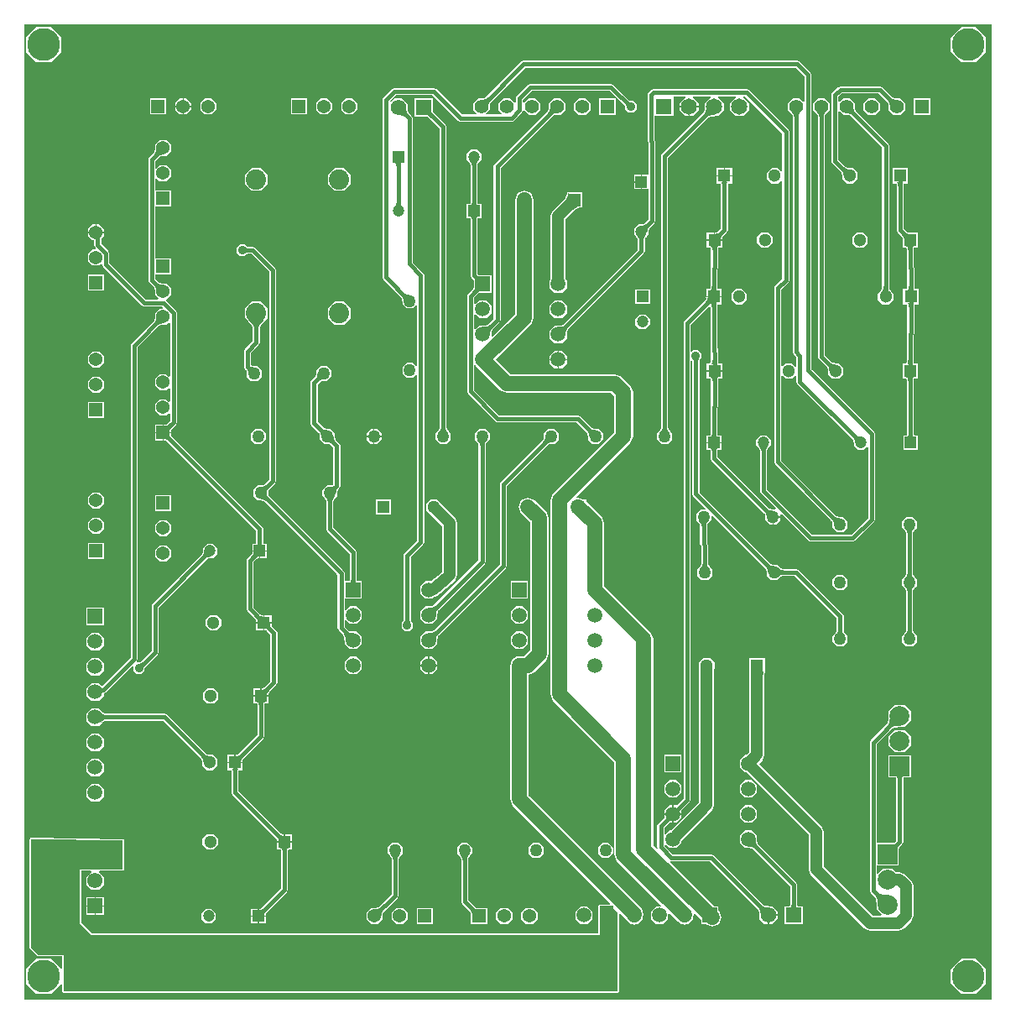
<source format=gtl>
G04*
G04 #@! TF.GenerationSoftware,Altium Limited,Altium Designer,22.4.2 (48)*
G04*
G04 Layer_Physical_Order=1*
G04 Layer_Color=255*
%FSLAX25Y25*%
%MOIN*%
G70*
G04*
G04 #@! TF.SameCoordinates,BAC31E3D-66FD-4EC8-AF34-655C25E5E96E*
G04*
G04*
G04 #@! TF.FilePolarity,Positive*
G04*
G01*
G75*
%ADD24C,0.04724*%
%ADD25R,0.04724X0.04724*%
%ADD29C,0.05118*%
%ADD30R,0.05118X0.05118*%
%ADD38R,0.04724X0.04724*%
%ADD39C,0.07874*%
%ADD40R,0.07874X0.07874*%
%ADD41C,0.04528*%
%ADD42C,0.05906*%
%ADD43C,0.01575*%
%ADD44C,0.06102*%
%ADD45R,0.06102X0.06102*%
%ADD46R,0.05906X0.05906*%
%ADD47C,0.05906*%
%ADD48R,0.05906X0.05906*%
%ADD49C,0.08071*%
%ADD50C,0.12992*%
%ADD51C,0.05394*%
%ADD52R,0.05394X0.05394*%
%ADD53R,0.05394X0.05394*%
%ADD54R,0.06142X0.06142*%
%ADD55C,0.06142*%
%ADD56R,0.05504X0.05504*%
%ADD57C,0.05504*%
%ADD58R,0.06496X0.06496*%
%ADD59C,0.06496*%
%ADD60C,0.04953*%
%ADD61C,0.03543*%
G36*
X699197Y100803D02*
X314803D01*
Y488197D01*
X699197D01*
Y100803D01*
D02*
G37*
%LPC*%
G36*
X692898Y486996D02*
X687102D01*
X683004Y482898D01*
Y477102D01*
X687102Y473004D01*
X692898D01*
X696996Y477102D01*
Y482898D01*
X692898Y486996D01*
D02*
G37*
G36*
X325398D02*
X319602D01*
X315504Y482898D01*
Y477102D01*
X319602Y473004D01*
X325398D01*
X329496Y477102D01*
Y482898D01*
X325398Y486996D01*
D02*
G37*
G36*
X621800Y473694D02*
X513300D01*
X512315Y473285D01*
X498197Y459167D01*
X498135Y459130D01*
X497956Y459041D01*
X497761Y458965D01*
X497550Y458903D01*
X497322Y458853D01*
X497077Y458818D01*
X496813Y458798D01*
X496518Y458793D01*
X496424Y458752D01*
X495153D01*
X493248Y456847D01*
Y454153D01*
X494646Y452755D01*
X494454Y452293D01*
X488777D01*
X478585Y462485D01*
X477600Y462893D01*
X462000D01*
X461015Y462485D01*
X457615Y459085D01*
X457206Y458100D01*
Y387680D01*
X457615Y386694D01*
X464666Y379643D01*
X464673Y379631D01*
X464755Y379476D01*
X464825Y379310D01*
X464882Y379134D01*
X464927Y378947D01*
X464959Y378747D01*
X464978Y378535D01*
X464983Y378293D01*
X465024Y378200D01*
Y377047D01*
X466767Y375303D01*
X469233D01*
X470445Y376515D01*
X470906Y376324D01*
Y352676D01*
X470445Y352485D01*
X469233Y353697D01*
X466767D01*
X465024Y351953D01*
Y349487D01*
X466767Y347744D01*
X469233D01*
X470445Y348956D01*
X470906Y348764D01*
Y282877D01*
X466015Y277985D01*
X465606Y277000D01*
Y251579D01*
X465585Y251502D01*
X465551Y251411D01*
X465513Y251332D01*
X465472Y251263D01*
X465428Y251204D01*
X465361Y251131D01*
X465328Y251041D01*
X464728Y250441D01*
Y248559D01*
X466059Y247228D01*
X467941D01*
X469272Y248559D01*
Y250441D01*
X468672Y251041D01*
X468639Y251131D01*
X468572Y251204D01*
X468528Y251263D01*
X468487Y251332D01*
X468449Y251411D01*
X468415Y251502D01*
X468394Y251579D01*
Y276423D01*
X473285Y281315D01*
X473694Y282300D01*
Y388400D01*
X473285Y389385D01*
X469094Y393577D01*
Y450898D01*
X468685Y451884D01*
X467544Y453025D01*
X467478Y453138D01*
X467382Y453345D01*
X467300Y453574D01*
X467231Y453825D01*
X467177Y454100D01*
X467139Y454398D01*
X467117Y454719D01*
X467112Y455076D01*
X467071Y455171D01*
Y456577D01*
X464979Y458669D01*
X462021D01*
X460781Y457429D01*
X460242Y457597D01*
X460215Y457745D01*
X462577Y460107D01*
X477023D01*
X487215Y449915D01*
X488200Y449507D01*
X508400D01*
X509385Y449915D01*
X512485Y453015D01*
X512852Y453901D01*
X513214Y454005D01*
X513393Y454007D01*
X515153Y452248D01*
X517847D01*
X519752Y454153D01*
Y456847D01*
X517847Y458752D01*
X515153D01*
X513393Y456992D01*
X512893Y457198D01*
Y458123D01*
X516577Y461806D01*
X547423D01*
X553371Y455859D01*
X553409Y455789D01*
X553450Y455701D01*
X553479Y455618D01*
X553499Y455541D01*
X553510Y455468D01*
X553514Y455369D01*
X553554Y455281D01*
Y454433D01*
X554885Y453102D01*
X556767D01*
X558098Y454433D01*
Y456315D01*
X556767Y457646D01*
X555919D01*
X555831Y457686D01*
X555732Y457690D01*
X555659Y457701D01*
X555582Y457721D01*
X555499Y457750D01*
X555411Y457791D01*
X555341Y457829D01*
X548985Y464185D01*
X548000Y464594D01*
X516000D01*
X515015Y464185D01*
X510515Y459685D01*
X510107Y458700D01*
Y457198D01*
X509607Y456992D01*
X507847Y458752D01*
X505153D01*
X503248Y456847D01*
Y454153D01*
X504646Y452755D01*
X504454Y452293D01*
X498546D01*
X498354Y452755D01*
X499752Y454153D01*
Y455424D01*
X499793Y455518D01*
X499798Y455814D01*
X499819Y456077D01*
X499854Y456322D01*
X499903Y456550D01*
X499965Y456761D01*
X500041Y456956D01*
X500130Y457135D01*
X500167Y457197D01*
X513877Y470906D01*
X621223D01*
X624707Y467423D01*
Y457546D01*
X624245Y457354D01*
X622847Y458752D01*
X620153D01*
X618248Y456847D01*
Y454153D01*
X619147Y453254D01*
X619184Y453159D01*
X619389Y452946D01*
X619561Y452746D01*
X619710Y452547D01*
X619837Y452351D01*
X619941Y452158D01*
X620025Y451966D01*
X620090Y451777D01*
X620107Y451707D01*
Y358100D01*
X620515Y357115D01*
X621606Y356023D01*
Y352452D01*
X621145Y352260D01*
X619846Y353559D01*
X617312D01*
X616055Y352303D01*
X615593Y352494D01*
Y382823D01*
X618385Y385615D01*
X618793Y386600D01*
Y445500D01*
X618385Y446485D01*
X602885Y461985D01*
X601900Y462394D01*
X564900D01*
X563915Y461985D01*
X562915Y460985D01*
X562506Y460000D01*
Y441700D01*
X562807Y440976D01*
Y428362D01*
X560250D01*
Y425500D01*
Y422638D01*
X562807D01*
Y410592D01*
X561225Y409010D01*
X561087Y408936D01*
X560934Y408869D01*
X560772Y408814D01*
X560602Y408772D01*
X560421Y408741D01*
X560230Y408723D01*
X560011Y408718D01*
X559918Y408677D01*
X558814D01*
X557138Y407001D01*
Y404629D01*
X557918Y403849D01*
X557955Y403754D01*
X558106Y403596D01*
X558229Y403448D01*
X558335Y403299D01*
X558425Y403148D01*
X558501Y402995D01*
X558562Y402839D01*
X558606Y402690D01*
Y398577D01*
X528935Y368906D01*
X528840Y368849D01*
X528643Y368756D01*
X528427Y368676D01*
X528191Y368609D01*
X527934Y368557D01*
X527655Y368520D01*
X527355Y368499D01*
X527021Y368494D01*
X526926Y368453D01*
X525570D01*
X523547Y366430D01*
Y363570D01*
X525570Y361547D01*
X528430D01*
X530453Y363570D01*
Y364926D01*
X530494Y365021D01*
X530499Y365355D01*
X530520Y365655D01*
X530557Y365934D01*
X530610Y366191D01*
X530676Y366427D01*
X530756Y366644D01*
X530849Y366840D01*
X530906Y366935D01*
X560985Y397015D01*
X561393Y398000D01*
Y402690D01*
X561438Y402839D01*
X561499Y402995D01*
X561575Y403148D01*
X561665Y403299D01*
X561771Y403448D01*
X561894Y403596D01*
X562045Y403754D01*
X562082Y403849D01*
X562862Y404629D01*
Y405733D01*
X562903Y405826D01*
X562908Y406045D01*
X562926Y406236D01*
X562956Y406417D01*
X562999Y406587D01*
X563054Y406749D01*
X563121Y406902D01*
X563195Y407040D01*
X565185Y409030D01*
X565593Y410015D01*
Y441400D01*
X565294Y442124D01*
Y451626D01*
X572748D01*
Y459122D01*
X572748D01*
X572786Y459607D01*
X577410D01*
X577432Y459106D01*
X575252Y456926D01*
Y455624D01*
X582748D01*
Y456926D01*
X580568Y459106D01*
X580590Y459607D01*
X587410D01*
X587432Y459106D01*
X585252Y456926D01*
Y455444D01*
X585211Y455349D01*
X585206Y454958D01*
X585183Y454605D01*
X585143Y454278D01*
X585087Y453978D01*
X585016Y453705D01*
X584929Y453457D01*
X584830Y453235D01*
X584749Y453094D01*
X568294Y436639D01*
X567886Y435654D01*
Y327821D01*
X567883Y327808D01*
X567831Y327640D01*
X567763Y327474D01*
X567679Y327309D01*
X567578Y327145D01*
X567460Y326981D01*
X567323Y326817D01*
X567155Y326643D01*
X567118Y326548D01*
X566303Y325733D01*
Y323267D01*
X568047Y321524D01*
X570512D01*
X572256Y323267D01*
Y325733D01*
X571441Y326548D01*
X571404Y326643D01*
X571236Y326818D01*
X571100Y326981D01*
X570981Y327145D01*
X570880Y327309D01*
X570796Y327474D01*
X570728Y327640D01*
X570676Y327808D01*
X570673Y327821D01*
Y435076D01*
X586720Y451123D01*
X586861Y451203D01*
X587083Y451303D01*
X587330Y451390D01*
X587604Y451461D01*
X587897Y451516D01*
X588591Y451580D01*
X588975Y451585D01*
X589070Y451626D01*
X590553D01*
X592748Y453822D01*
Y456926D01*
X590568Y459106D01*
X590590Y459607D01*
X597410D01*
X597432Y459106D01*
X595252Y456926D01*
Y453822D01*
X597447Y451626D01*
X600553D01*
X602748Y453822D01*
Y456926D01*
X600568Y459106D01*
X600590Y459607D01*
X601323D01*
X616007Y444923D01*
Y429973D01*
X615545Y429782D01*
X614267Y431059D01*
X611733D01*
X609941Y429267D01*
Y426733D01*
X611733Y424941D01*
X614267D01*
X615545Y426218D01*
X616007Y426027D01*
Y387177D01*
X613215Y384385D01*
X612807Y383400D01*
Y314288D01*
X613215Y313303D01*
X635654Y290863D01*
X635662Y290852D01*
X635744Y290696D01*
X635813Y290530D01*
X635870Y290354D01*
X635915Y290167D01*
X635947Y289967D01*
X635966Y289755D01*
X635971Y289513D01*
X636012Y289420D01*
Y288267D01*
X637755Y286524D01*
X640221D01*
X641965Y288267D01*
Y290733D01*
X640221Y292476D01*
X639068D01*
X638975Y292517D01*
X638733Y292523D01*
X638521Y292541D01*
X638321Y292573D01*
X638134Y292618D01*
X637958Y292675D01*
X637792Y292745D01*
X637636Y292827D01*
X637625Y292834D01*
X615593Y314865D01*
Y348506D01*
X616055Y348697D01*
X617312Y347441D01*
X619846D01*
X621145Y348740D01*
X621606Y348548D01*
Y346276D01*
X622015Y345290D01*
X644080Y323225D01*
X644155Y323087D01*
X644221Y322934D01*
X644276Y322772D01*
X644319Y322602D01*
X644349Y322421D01*
X644367Y322230D01*
X644373Y322011D01*
X644413Y321918D01*
Y320814D01*
X646090Y319138D01*
X648461D01*
X649645Y320321D01*
X650106Y320130D01*
Y292177D01*
X643423Y285493D01*
X627877D01*
X609933Y303438D01*
Y318875D01*
X609977Y319024D01*
X610039Y319180D01*
X610114Y319333D01*
X610205Y319484D01*
X610311Y319633D01*
X610433Y319781D01*
X610584Y319939D01*
X610621Y320034D01*
X611402Y320814D01*
Y323186D01*
X609725Y324862D01*
X607354D01*
X605677Y323186D01*
Y320814D01*
X606458Y320034D01*
X606494Y319939D01*
X606646Y319781D01*
X606768Y319633D01*
X606874Y319484D01*
X606965Y319333D01*
X607040Y319180D01*
X607101Y319024D01*
X607146Y318875D01*
Y302861D01*
X607554Y301875D01*
X613453Y295976D01*
X613246Y295476D01*
X612360D01*
X612266Y295517D01*
X612025Y295522D01*
X611812Y295541D01*
X611613Y295573D01*
X611425Y295618D01*
X611249Y295675D01*
X611084Y295745D01*
X610928Y295827D01*
X610917Y295834D01*
X590248Y316502D01*
Y318784D01*
X590282Y318909D01*
X590323Y319011D01*
X590359Y319069D01*
X590381Y319093D01*
X590390Y319099D01*
X590400Y319103D01*
X590486Y319112D01*
X590534Y319138D01*
X591717D01*
Y321750D01*
X585992D01*
Y319138D01*
X587175D01*
X587223Y319112D01*
X587309Y319103D01*
X587319Y319099D01*
X587328Y319093D01*
X587350Y319069D01*
X587386Y319011D01*
X587427Y318910D01*
X587461Y318784D01*
Y315925D01*
X587869Y314940D01*
X608946Y293863D01*
X608953Y293852D01*
X609035Y293696D01*
X609104Y293531D01*
X609162Y293354D01*
X609206Y293167D01*
X609238Y292967D01*
X609257Y292755D01*
X609262Y292513D01*
X609303Y292420D01*
Y291267D01*
X611047Y289524D01*
X612030D01*
Y292500D01*
X612280D01*
Y292750D01*
X615256D01*
Y293466D01*
X615756Y293673D01*
X626315Y283115D01*
X627300Y282706D01*
X644000D01*
X644985Y283115D01*
X652485Y290615D01*
X652893Y291600D01*
Y325300D01*
X652485Y326285D01*
X627493Y351277D01*
Y468000D01*
X627085Y468985D01*
X622785Y473285D01*
X621800Y473694D01*
D02*
G37*
G36*
X379324Y458697D02*
X378250D01*
Y455750D01*
X381197D01*
Y456824D01*
X379324Y458697D01*
D02*
G37*
G36*
X377750D02*
X376676D01*
X374803Y456824D01*
Y455750D01*
X377750D01*
Y458697D01*
D02*
G37*
G36*
X445324D02*
X442676D01*
X440803Y456824D01*
Y454176D01*
X442676Y452303D01*
X445324D01*
X447197Y454176D01*
Y456824D01*
X445324Y458697D01*
D02*
G37*
G36*
X435324D02*
X432676D01*
X430803Y456824D01*
Y454176D01*
X432676Y452303D01*
X435324D01*
X437197Y454176D01*
Y456824D01*
X435324Y458697D01*
D02*
G37*
G36*
X427197D02*
X420803D01*
Y452303D01*
X427197D01*
Y458697D01*
D02*
G37*
G36*
X389324D02*
X386676D01*
X384803Y456824D01*
Y454176D01*
X386676Y452303D01*
X389324D01*
X391197Y454176D01*
Y456824D01*
X389324Y458697D01*
D02*
G37*
G36*
X381197Y455250D02*
X378250D01*
Y452303D01*
X379324D01*
X381197Y454176D01*
Y455250D01*
D02*
G37*
G36*
X377750D02*
X374803D01*
Y454176D01*
X376676Y452303D01*
X377750D01*
Y455250D01*
D02*
G37*
G36*
X371197Y458697D02*
X364803D01*
Y452303D01*
X371197D01*
Y458697D01*
D02*
G37*
G36*
X674752Y458752D02*
X668248D01*
Y452248D01*
X674752D01*
Y458752D01*
D02*
G37*
G36*
X654800Y463593D02*
X639100D01*
X638115Y463185D01*
X635915Y460985D01*
X635506Y460000D01*
Y433915D01*
X635915Y432930D01*
X639380Y429464D01*
X639397Y429437D01*
X639481Y429274D01*
X639553Y429100D01*
X639611Y428914D01*
X639658Y428714D01*
X639691Y428500D01*
X639710Y428273D01*
X639715Y428015D01*
X639756Y427921D01*
Y426733D01*
X641548Y424941D01*
X644082D01*
X645874Y426733D01*
Y429267D01*
X644082Y431059D01*
X642894D01*
X642800Y431100D01*
X642542Y431105D01*
X642315Y431124D01*
X642101Y431157D01*
X641901Y431204D01*
X641715Y431262D01*
X641541Y431334D01*
X641378Y431418D01*
X641351Y431435D01*
X638294Y434492D01*
Y453454D01*
X638755Y453646D01*
X640153Y452248D01*
X641424D01*
X641518Y452207D01*
X641814Y452202D01*
X642077Y452181D01*
X642322Y452146D01*
X642550Y452097D01*
X642761Y452035D01*
X642956Y451959D01*
X643135Y451870D01*
X643197Y451833D01*
X655665Y439364D01*
Y383464D01*
X655658Y383433D01*
X655603Y383259D01*
X655530Y383085D01*
X655440Y382911D01*
X655331Y382737D01*
X655204Y382563D01*
X655056Y382388D01*
X654877Y382203D01*
X654840Y382107D01*
X654000Y381267D01*
Y378733D01*
X655792Y376941D01*
X658326D01*
X660118Y378733D01*
Y381267D01*
X659278Y382107D01*
X659241Y382203D01*
X659062Y382388D01*
X658914Y382563D01*
X658787Y382737D01*
X658678Y382911D01*
X658588Y383085D01*
X658515Y383259D01*
X658460Y383433D01*
X658453Y383464D01*
Y439941D01*
X658044Y440926D01*
X645167Y453803D01*
X645130Y453865D01*
X645041Y454044D01*
X644966Y454239D01*
X644903Y454450D01*
X644853Y454678D01*
X644818Y454923D01*
X644798Y455187D01*
X644793Y455482D01*
X644752Y455576D01*
Y456847D01*
X642847Y458752D01*
X640153D01*
X638755Y457354D01*
X638294Y457546D01*
Y459423D01*
X639677Y460807D01*
X654223D01*
X657833Y457197D01*
X657870Y457135D01*
X657959Y456956D01*
X658035Y456761D01*
X658097Y456550D01*
X658146Y456322D01*
X658181Y456077D01*
X658202Y455814D01*
X658207Y455518D01*
X658248Y455424D01*
Y454153D01*
X660153Y452248D01*
X662847D01*
X664752Y454153D01*
Y456847D01*
X662847Y458752D01*
X661576D01*
X661482Y458793D01*
X661187Y458798D01*
X660923Y458818D01*
X660678Y458853D01*
X660450Y458903D01*
X660239Y458965D01*
X660044Y459041D01*
X659865Y459130D01*
X659803Y459167D01*
X655785Y463185D01*
X654800Y463593D01*
D02*
G37*
G36*
X652847Y458752D02*
X650153D01*
X648248Y456847D01*
Y454153D01*
X650153Y452248D01*
X652847D01*
X654752Y454153D01*
Y456847D01*
X652847Y458752D01*
D02*
G37*
G36*
X549752D02*
X543248D01*
Y452248D01*
X549752D01*
Y458752D01*
D02*
G37*
G36*
X537847D02*
X535153D01*
X533248Y456847D01*
Y454153D01*
X535153Y452248D01*
X537847D01*
X539752Y454153D01*
Y456847D01*
X537847Y458752D01*
D02*
G37*
G36*
X582748Y455124D02*
X579250D01*
Y451626D01*
X580552D01*
X582748Y453822D01*
Y455124D01*
D02*
G37*
G36*
X578750D02*
X575252D01*
Y453822D01*
X577448Y451626D01*
X578750D01*
Y455124D01*
D02*
G37*
G36*
X596059Y431059D02*
X593250D01*
Y428250D01*
X596059D01*
Y431059D01*
D02*
G37*
G36*
X592750D02*
X589941D01*
Y428250D01*
X592750D01*
Y431059D01*
D02*
G37*
G36*
X371324Y442197D02*
X368676D01*
X366803Y440324D01*
Y439077D01*
X366762Y438983D01*
X366757Y438698D01*
X366737Y438445D01*
X366703Y438209D01*
X366654Y437989D01*
X366592Y437784D01*
X366518Y437596D01*
X366431Y437421D01*
X366399Y437369D01*
X364515Y435485D01*
X364106Y434500D01*
Y386500D01*
X364515Y385515D01*
X366399Y383631D01*
X366431Y383579D01*
X366518Y383404D01*
X366592Y383215D01*
X366654Y383011D01*
X366703Y382791D01*
X366737Y382555D01*
X366757Y382302D01*
X366762Y382017D01*
X366803Y381923D01*
Y380676D01*
X368124Y379355D01*
X367932Y378893D01*
X363077D01*
X348665Y393305D01*
Y397150D01*
X348257Y398136D01*
X345412Y400981D01*
Y403103D01*
X346484Y404176D01*
Y405250D01*
X343287D01*
X340090D01*
Y404176D01*
X341963Y402303D01*
X342625D01*
Y400404D01*
X343033Y399418D01*
X343292Y399159D01*
X343101Y398697D01*
X341963D01*
X340090Y396824D01*
Y394176D01*
X341963Y392303D01*
X344612D01*
X345416Y393108D01*
X345878Y392916D01*
Y392728D01*
X346286Y391743D01*
X361515Y376515D01*
X362500Y376107D01*
X369557D01*
X370005Y375659D01*
X369814Y375197D01*
X368676D01*
X366803Y373324D01*
Y372077D01*
X366762Y371983D01*
X366757Y371698D01*
X366737Y371445D01*
X366703Y371209D01*
X366654Y370989D01*
X366592Y370784D01*
X366518Y370596D01*
X366431Y370421D01*
X366399Y370369D01*
X357615Y361585D01*
X357207Y360600D01*
Y236677D01*
X345752Y225222D01*
X345661D01*
X344430Y226453D01*
X341570D01*
X339547Y224430D01*
Y221570D01*
X341570Y219547D01*
X344430D01*
X346453Y221570D01*
Y222487D01*
X347314Y222843D01*
X357644Y233173D01*
X358144Y232966D01*
Y231474D01*
X359474Y230144D01*
X361356D01*
X362687Y231474D01*
Y232323D01*
X362728Y232410D01*
X362732Y232509D01*
X362743Y232582D01*
X362762Y232660D01*
X362792Y232742D01*
X362832Y232830D01*
X362871Y232900D01*
X367785Y237815D01*
X368194Y238800D01*
Y256565D01*
X387433Y275805D01*
X387570Y275879D01*
X387724Y275946D01*
X387885Y276001D01*
X388056Y276044D01*
X388236Y276074D01*
X388427Y276092D01*
X388646Y276097D01*
X388739Y276138D01*
X389843D01*
X391520Y277814D01*
Y280186D01*
X389843Y281862D01*
X387472D01*
X385795Y280186D01*
Y279082D01*
X385754Y278989D01*
X385749Y278770D01*
X385731Y278579D01*
X385701Y278398D01*
X385658Y278228D01*
X385603Y278066D01*
X385536Y277913D01*
X385462Y277775D01*
X365815Y258128D01*
X365406Y257143D01*
Y239377D01*
X360900Y234871D01*
X360830Y234832D01*
X360742Y234791D01*
X360660Y234762D01*
X360582Y234743D01*
X360509Y234732D01*
X360410Y234728D01*
X360323Y234687D01*
X359865D01*
X359731Y234892D01*
X359615Y235187D01*
X359994Y236100D01*
Y360023D01*
X368369Y368399D01*
X368421Y368431D01*
X368596Y368518D01*
X368784Y368592D01*
X368989Y368654D01*
X369209Y368703D01*
X369445Y368737D01*
X369698Y368757D01*
X369983Y368762D01*
X370077Y368803D01*
X371324D01*
X372281Y369760D01*
X372743Y369569D01*
Y348431D01*
X372281Y348240D01*
X371324Y349197D01*
X368676D01*
X366803Y347324D01*
Y344676D01*
X368676Y342803D01*
X371324D01*
X372281Y343760D01*
X372743Y343569D01*
Y338431D01*
X372281Y338240D01*
X371324Y339197D01*
X368676D01*
X366803Y337324D01*
Y334676D01*
X368676Y332803D01*
X371324D01*
X372281Y333760D01*
X372743Y333569D01*
Y330714D01*
X371456Y329427D01*
X371456Y329426D01*
X371233Y329271D01*
X371105Y329197D01*
X370499D01*
X370458Y329214D01*
X370416Y329197D01*
X370416D01*
X370372Y329207D01*
X370355Y329197D01*
X370250D01*
Y326250D01*
X373197D01*
Y326355D01*
X373207Y326372D01*
X373197Y326416D01*
Y326416D01*
X373214Y326458D01*
X373197Y326499D01*
Y327105D01*
X373271Y327233D01*
X373422Y327449D01*
X373433Y327462D01*
X375122Y329151D01*
X375530Y330136D01*
Y373498D01*
X375122Y374483D01*
X371302Y378303D01*
X371323Y378774D01*
X371390Y378869D01*
X373197Y380676D01*
Y383324D01*
X371324Y385197D01*
X370077D01*
X369983Y385238D01*
X369698Y385243D01*
X369445Y385263D01*
X369209Y385297D01*
X368989Y385346D01*
X368784Y385408D01*
X368596Y385482D01*
X368421Y385569D01*
X368369Y385601D01*
X366894Y387077D01*
Y388803D01*
X373197D01*
Y395197D01*
X366894D01*
Y415803D01*
X373197D01*
Y422197D01*
X366894D01*
Y426932D01*
X367355Y427124D01*
X368676Y425803D01*
X371324D01*
X373197Y427676D01*
Y430324D01*
X371324Y432197D01*
X368676D01*
X367355Y430876D01*
X366894Y431068D01*
Y433923D01*
X368369Y435399D01*
X368421Y435431D01*
X368596Y435518D01*
X368784Y435592D01*
X368989Y435654D01*
X369209Y435703D01*
X369445Y435737D01*
X369698Y435757D01*
X369983Y435762D01*
X370077Y435803D01*
X371324D01*
X373197Y437676D01*
Y440324D01*
X371324Y442197D01*
D02*
G37*
G36*
X559750Y428362D02*
X557138D01*
Y425750D01*
X559750D01*
Y428362D01*
D02*
G37*
G36*
Y425250D02*
X557138D01*
Y422638D01*
X559750D01*
Y425250D01*
D02*
G37*
G36*
X441879Y431091D02*
X438121D01*
X435465Y428434D01*
Y424677D01*
X438121Y422020D01*
X441879D01*
X444535Y424677D01*
Y428434D01*
X441879Y431091D01*
D02*
G37*
G36*
X408879D02*
X405121D01*
X402465Y428434D01*
Y424677D01*
X405121Y422020D01*
X408879D01*
X411535Y424677D01*
Y428434D01*
X408879Y431091D01*
D02*
G37*
G36*
X344612Y408697D02*
X343537D01*
Y405750D01*
X346484D01*
Y406824D01*
X344612Y408697D01*
D02*
G37*
G36*
X343037D02*
X341963D01*
X340090Y406824D01*
Y405750D01*
X343037D01*
Y408697D01*
D02*
G37*
G36*
X596059Y427750D02*
X589941D01*
Y424941D01*
X591320D01*
X591368Y424915D01*
X591455Y424906D01*
X591465Y424902D01*
X591473Y424896D01*
X591496Y424872D01*
X591531Y424814D01*
X591573Y424713D01*
X591607Y424587D01*
Y407026D01*
X590370Y405789D01*
X590369Y405789D01*
X590146Y405633D01*
X590018Y405559D01*
X589413D01*
X589371Y405576D01*
X589330Y405559D01*
X589329D01*
X589301Y405566D01*
Y402750D01*
X592117D01*
X592110Y402778D01*
Y402778D01*
X592128Y402820D01*
X592110Y402861D01*
Y403467D01*
X592184Y403595D01*
X592336Y403812D01*
X592346Y403824D01*
X593985Y405464D01*
X594393Y406449D01*
Y424587D01*
X594427Y424713D01*
X594469Y424814D01*
X594504Y424872D01*
X594526Y424896D01*
X594535Y424902D01*
X594545Y424906D01*
X594631Y424915D01*
X594680Y424941D01*
X596059D01*
Y427750D01*
D02*
G37*
G36*
X588801Y405559D02*
X585992D01*
Y402750D01*
X588801D01*
Y405559D01*
D02*
G37*
G36*
X648031D02*
X645497D01*
X643705Y403767D01*
Y401233D01*
X645497Y399441D01*
X648031D01*
X649823Y401233D01*
Y403767D01*
X648031Y405559D01*
D02*
G37*
G36*
X610318D02*
X607784D01*
X605992Y403767D01*
Y401233D01*
X607784Y399441D01*
X610318D01*
X612110Y401233D01*
Y403767D01*
X610318Y405559D01*
D02*
G37*
G36*
X346484Y388697D02*
X340090D01*
Y382303D01*
X346484D01*
Y388697D01*
D02*
G37*
G36*
X530953Y421588D02*
X530882Y421559D01*
X530441D01*
Y421144D01*
X530414Y421091D01*
X530385Y420739D01*
X530305Y420391D01*
X530165Y420002D01*
X529962Y419576D01*
X529694Y419115D01*
X529360Y418620D01*
X529269Y418500D01*
X524885Y414115D01*
X524009Y412000D01*
Y386891D01*
X523547Y386430D01*
Y383570D01*
X525570Y381547D01*
X528430D01*
X530453Y383570D01*
Y386430D01*
X529991Y386891D01*
Y410761D01*
X533499Y414269D01*
X533620Y414360D01*
X534115Y414694D01*
X534576Y414962D01*
X535002Y415165D01*
X535391Y415305D01*
X535739Y415385D01*
X536091Y415414D01*
X536144Y415441D01*
X536559D01*
Y415882D01*
X536588Y415953D01*
X536579Y415975D01*
X536586Y415997D01*
X536559Y416050D01*
Y421559D01*
X531050D01*
X530997Y421586D01*
X530975Y421579D01*
X530953Y421588D01*
D02*
G37*
G36*
X527847Y458752D02*
X525153D01*
X523248Y456847D01*
Y455576D01*
X523207Y455482D01*
X523202Y455187D01*
X523181Y454923D01*
X523146Y454678D01*
X523097Y454450D01*
X523034Y454239D01*
X522959Y454044D01*
X522870Y453865D01*
X522833Y453803D01*
X501715Y432685D01*
X501306Y431700D01*
Y371277D01*
X498935Y368906D01*
X498840Y368849D01*
X498643Y368756D01*
X498427Y368676D01*
X498191Y368609D01*
X497934Y368557D01*
X497655Y368520D01*
X497355Y368499D01*
X497021Y368494D01*
X496926Y368453D01*
X495570D01*
X494055Y366938D01*
X493594Y367130D01*
Y372870D01*
X494055Y373062D01*
X495570Y371547D01*
X498430D01*
X500453Y373570D01*
Y376430D01*
X498430Y378453D01*
X495570D01*
X494055Y376938D01*
X493594Y377130D01*
Y379623D01*
X495280Y381310D01*
X495285Y381313D01*
X495507Y381468D01*
X495646Y381547D01*
X496216D01*
X496286Y381518D01*
X496327Y381535D01*
X496371Y381525D01*
X496408Y381547D01*
X500453D01*
Y388453D01*
X495518D01*
X494905Y389065D01*
Y410784D01*
X494939Y410909D01*
X494980Y411011D01*
X495016Y411069D01*
X495038Y411093D01*
X495047Y411099D01*
X495057Y411102D01*
X495143Y411112D01*
X495192Y411138D01*
X496374D01*
Y416862D01*
X495170D01*
X495144Y416876D01*
X495058Y416886D01*
X495049Y416889D01*
X495040Y416895D01*
X495017Y416919D01*
X494981Y416979D01*
X494939Y417082D01*
X494905Y417209D01*
Y432374D01*
X494950Y432524D01*
X495011Y432680D01*
X495087Y432833D01*
X495177Y432984D01*
X495283Y433133D01*
X495405Y433281D01*
X495557Y433439D01*
X495593Y433534D01*
X496374Y434314D01*
Y436686D01*
X494697Y438362D01*
X492326D01*
X490650Y436686D01*
Y434314D01*
X491430Y433534D01*
X491467Y433439D01*
X491618Y433281D01*
X491741Y433133D01*
X491847Y432984D01*
X491937Y432833D01*
X492012Y432680D01*
X492074Y432524D01*
X492118Y432374D01*
Y417209D01*
X492084Y417082D01*
X492042Y416979D01*
X492006Y416919D01*
X491984Y416895D01*
X491975Y416889D01*
X491966Y416886D01*
X491880Y416876D01*
X491854Y416862D01*
X490650D01*
Y411138D01*
X491832D01*
X491880Y411112D01*
X491967Y411102D01*
X491977Y411099D01*
X491985Y411093D01*
X492007Y411069D01*
X492043Y411011D01*
X492085Y410910D01*
X492118Y410784D01*
Y388488D01*
X492526Y387503D01*
X493547Y386482D01*
Y384408D01*
X493525Y384371D01*
X493535Y384328D01*
X493518Y384286D01*
X493547Y384216D01*
Y383646D01*
X493468Y383507D01*
X493318Y383291D01*
X493302Y383273D01*
X491215Y381185D01*
X490806Y380200D01*
Y342300D01*
X491215Y341315D01*
X502015Y330515D01*
X503000Y330106D01*
X534143D01*
X538387Y325863D01*
X538394Y325852D01*
X538476Y325696D01*
X538545Y325531D01*
X538602Y325354D01*
X538647Y325167D01*
X538679Y324967D01*
X538698Y324755D01*
X538703Y324513D01*
X538744Y324420D01*
Y323267D01*
X540487Y321524D01*
X542953D01*
X544697Y323267D01*
Y325733D01*
X542953Y327476D01*
X541800D01*
X541707Y327517D01*
X541465Y327522D01*
X541253Y327541D01*
X541053Y327573D01*
X540866Y327618D01*
X540690Y327675D01*
X540524Y327745D01*
X540369Y327827D01*
X540357Y327834D01*
X535706Y332485D01*
X534720Y332893D01*
X503577D01*
X493594Y342877D01*
Y352870D01*
X494055Y353062D01*
X494073Y353044D01*
X494357Y352357D01*
X503857Y342857D01*
X506500Y341763D01*
X547993D01*
X549263Y340493D01*
Y326048D01*
X528370Y305155D01*
X528368Y305154D01*
X524857Y301644D01*
X523763Y299001D01*
Y222107D01*
X524857Y219464D01*
X549263Y195059D01*
Y158472D01*
X550357Y155830D01*
X567971Y138216D01*
X567780Y137754D01*
X565741D01*
X563719Y135731D01*
Y132871D01*
X565741Y130848D01*
X568602D01*
X570624Y132871D01*
Y134910D01*
X571086Y135101D01*
X574529Y131658D01*
X575215Y131374D01*
X575741Y130848D01*
X576485D01*
X577171Y130564D01*
X577858Y130848D01*
X578602D01*
X579127Y131374D01*
X579814Y131658D01*
X580098Y132345D01*
X580624Y132871D01*
Y133614D01*
X580909Y134301D01*
X580698Y134810D01*
X581122Y135093D01*
X583719Y132496D01*
Y130848D01*
X585366D01*
X585410Y130805D01*
X585410Y130805D01*
X588052Y129710D01*
X590695Y130805D01*
X591789Y133448D01*
Y133448D01*
X590695Y136090D01*
X590624Y136161D01*
Y137754D01*
X589032D01*
X571351Y155434D01*
X571634Y155858D01*
X572000Y155707D01*
X587197D01*
X606456Y136448D01*
X606522Y136334D01*
X606618Y136127D01*
X606701Y135899D01*
X606769Y135647D01*
X606823Y135373D01*
X606861Y135075D01*
X606883Y134754D01*
X606888Y134397D01*
X606929Y134302D01*
Y132895D01*
X609021Y130803D01*
X610250D01*
Y134374D01*
X610500D01*
Y134624D01*
X614071D01*
Y135853D01*
X611979Y137945D01*
X610572D01*
X610477Y137986D01*
X610120Y137991D01*
X609799Y138013D01*
X609501Y138051D01*
X609227Y138105D01*
X608975Y138173D01*
X608747Y138256D01*
X608540Y138352D01*
X608426Y138418D01*
X588759Y158085D01*
X587774Y158493D01*
X572577D01*
X569203Y161868D01*
X569239Y162177D01*
X569746Y162371D01*
X571070Y161047D01*
X573930D01*
X575953Y163070D01*
Y163722D01*
X588115Y175885D01*
X588991Y178000D01*
Y232165D01*
X589059Y232233D01*
Y234767D01*
X587267Y236559D01*
X584733D01*
X582941Y234767D01*
Y232233D01*
X583008Y232165D01*
Y179239D01*
X571722Y167953D01*
X571070D01*
X569596Y166479D01*
X569134Y166670D01*
Y169163D01*
X571044Y171073D01*
X571070Y171047D01*
X572250D01*
Y174250D01*
X569047D01*
Y173070D01*
X569073Y173044D01*
X566755Y170726D01*
X566347Y169740D01*
Y161360D01*
X566498Y160994D01*
X566074Y160711D01*
X564737Y162048D01*
Y244000D01*
X563643Y246643D01*
X545237Y265048D01*
Y290000D01*
X544143Y292643D01*
X538059Y298726D01*
Y299559D01*
X536637D01*
X535000Y300237D01*
X534538Y300046D01*
X534255Y300470D01*
X555643Y321857D01*
X556737Y324500D01*
Y342041D01*
X555643Y344683D01*
X552183Y348143D01*
X549541Y349237D01*
X508048D01*
X502285Y355000D01*
X516143Y368857D01*
X517237Y371500D01*
Y418500D01*
X516143Y421143D01*
X513500Y422237D01*
X510857Y421143D01*
X509763Y418500D01*
Y373048D01*
X500915Y364200D01*
X500453Y364391D01*
Y364926D01*
X500494Y365021D01*
X500499Y365355D01*
X500520Y365655D01*
X500557Y365934D01*
X500609Y366191D01*
X500676Y366427D01*
X500756Y366644D01*
X500849Y366840D01*
X500906Y366935D01*
X503685Y369715D01*
X504094Y370700D01*
Y431123D01*
X524803Y451833D01*
X524865Y451870D01*
X525044Y451959D01*
X525239Y452035D01*
X525450Y452097D01*
X525678Y452146D01*
X525923Y452181D01*
X526187Y452202D01*
X526482Y452207D01*
X526576Y452248D01*
X527847D01*
X529752Y454153D01*
Y456847D01*
X527847Y458752D01*
D02*
G37*
G36*
X592110Y402250D02*
X585992D01*
Y399441D01*
X587371D01*
X587420Y399415D01*
X587506Y399406D01*
X587516Y399402D01*
X587525Y399396D01*
X587547Y399373D01*
X587582Y399314D01*
X587624Y399213D01*
X587658Y399087D01*
Y391813D01*
X587362Y391100D01*
Y383406D01*
X587328Y383279D01*
X587287Y383175D01*
X587251Y383116D01*
X587228Y383091D01*
X587219Y383086D01*
X587210Y383082D01*
X587124Y383073D01*
X587098Y383059D01*
X585697D01*
Y380250D01*
X591815D01*
Y383059D01*
X590414D01*
X590388Y383073D01*
X590302Y383082D01*
X590293Y383086D01*
X590284Y383091D01*
X590262Y383116D01*
X590225Y383175D01*
X590183Y383279D01*
X590149Y383406D01*
Y390683D01*
X590445Y391395D01*
Y399087D01*
X590478Y399213D01*
X590520Y399314D01*
X590556Y399373D01*
X590578Y399396D01*
X590586Y399402D01*
X590596Y399406D01*
X590683Y399415D01*
X590731Y399441D01*
X592110D01*
Y402250D01*
D02*
G37*
G36*
X563362Y382862D02*
X557638D01*
Y377138D01*
X563362D01*
Y382862D01*
D02*
G37*
G36*
X600023Y383059D02*
X597489D01*
X595697Y381267D01*
Y378733D01*
X597489Y376941D01*
X600023D01*
X601815Y378733D01*
Y381267D01*
X600023Y383059D01*
D02*
G37*
G36*
X528430Y378453D02*
X525570D01*
X523547Y376430D01*
Y373570D01*
X525570Y371547D01*
X528430D01*
X530453Y373570D01*
Y376430D01*
X528430Y378453D01*
D02*
G37*
G36*
X441879Y377980D02*
X438121D01*
X435465Y375323D01*
Y371566D01*
X438121Y368909D01*
X441879D01*
X444535Y371566D01*
Y375323D01*
X441879Y377980D01*
D02*
G37*
G36*
X561686Y372862D02*
X559314D01*
X557638Y371186D01*
Y368814D01*
X559314Y367138D01*
X561686D01*
X563362Y368814D01*
Y371186D01*
X561686Y372862D01*
D02*
G37*
G36*
X528430Y358453D02*
X527250D01*
Y355250D01*
X530453D01*
Y356430D01*
X528430Y358453D01*
D02*
G37*
G36*
X526750D02*
X525570D01*
X523547Y356430D01*
Y355250D01*
X526750D01*
Y358453D01*
D02*
G37*
G36*
X344612Y358197D02*
X341963D01*
X340090Y356324D01*
Y353676D01*
X341963Y351803D01*
X344612D01*
X346484Y353676D01*
Y356324D01*
X344612Y358197D01*
D02*
G37*
G36*
X530453Y354750D02*
X527250D01*
Y351547D01*
X528430D01*
X530453Y353570D01*
Y354750D01*
D02*
G37*
G36*
X526750D02*
X523547D01*
Y353570D01*
X525570Y351547D01*
X526750D01*
Y354750D01*
D02*
G37*
G36*
X591815Y379750D02*
X585678D01*
X585685Y379721D01*
X585668Y379680D01*
X585697Y379609D01*
Y379040D01*
X585617Y378900D01*
X585467Y378685D01*
X585452Y378667D01*
X577115Y370329D01*
X576707Y369344D01*
Y180677D01*
X573956Y177927D01*
X573930Y177953D01*
X572750D01*
Y174750D01*
X575953D01*
Y175930D01*
X575927Y175956D01*
X579085Y179115D01*
X579494Y180100D01*
Y354784D01*
X579502Y354787D01*
X579981Y354865D01*
X580202Y354568D01*
X580228Y354498D01*
X580250Y354421D01*
Y301636D01*
X580658Y300651D01*
X585371Y295938D01*
X585179Y295476D01*
X583488D01*
X581744Y293733D01*
Y291267D01*
X582559Y290452D01*
X582596Y290357D01*
X582764Y290182D01*
X582900Y290019D01*
X583019Y289855D01*
X583120Y289691D01*
X583204Y289526D01*
X583272Y289360D01*
X583324Y289192D01*
X583327Y289179D01*
Y281700D01*
X583735Y280715D01*
X583827Y280623D01*
Y273821D01*
X583824Y273808D01*
X583772Y273640D01*
X583704Y273474D01*
X583620Y273309D01*
X583519Y273145D01*
X583400Y272981D01*
X583263Y272817D01*
X583096Y272643D01*
X583059Y272548D01*
X582244Y271733D01*
Y269267D01*
X583988Y267524D01*
X586453D01*
X588197Y269267D01*
Y271733D01*
X587382Y272548D01*
X587345Y272643D01*
X587177Y272818D01*
X587040Y272981D01*
X586922Y273145D01*
X586821Y273309D01*
X586737Y273474D01*
X586669Y273640D01*
X586617Y273808D01*
X586614Y273821D01*
Y281200D01*
X586206Y282185D01*
X586114Y282277D01*
Y289179D01*
X586117Y289192D01*
X586169Y289360D01*
X586237Y289526D01*
X586321Y289691D01*
X586422Y289855D01*
X586540Y290019D01*
X586677Y290182D01*
X586845Y290357D01*
X586882Y290452D01*
X587697Y291267D01*
Y292959D01*
X588159Y293150D01*
X609446Y271863D01*
X609453Y271852D01*
X609535Y271696D01*
X609605Y271531D01*
X609662Y271354D01*
X609706Y271167D01*
X609738Y270967D01*
X609757Y270755D01*
X609762Y270513D01*
X609803Y270420D01*
Y269267D01*
X611547Y267524D01*
X614012D01*
X614828Y268339D01*
X614923Y268376D01*
X615097Y268543D01*
X615260Y268680D01*
X615424Y268799D01*
X615588Y268899D01*
X615754Y268984D01*
X615920Y269051D01*
X616088Y269104D01*
X616101Y269107D01*
X620923D01*
X637595Y252435D01*
Y247321D01*
X637592Y247308D01*
X637539Y247140D01*
X637472Y246974D01*
X637388Y246809D01*
X637287Y246645D01*
X637168Y246481D01*
X637031Y246318D01*
X636864Y246143D01*
X636827Y246048D01*
X636012Y245233D01*
Y242767D01*
X637755Y241024D01*
X640221D01*
X641965Y242767D01*
Y245233D01*
X641149Y246048D01*
X641112Y246143D01*
X640945Y246318D01*
X640808Y246481D01*
X640690Y246645D01*
X640589Y246809D01*
X640505Y246974D01*
X640437Y247140D01*
X640384Y247308D01*
X640382Y247321D01*
Y253012D01*
X639973Y253997D01*
X622485Y271485D01*
X621500Y271894D01*
X616101D01*
X616088Y271896D01*
X615920Y271949D01*
X615753Y272017D01*
X615588Y272100D01*
X615424Y272201D01*
X615260Y272320D01*
X615097Y272457D01*
X614923Y272624D01*
X614828Y272661D01*
X614012Y273476D01*
X612860D01*
X612766Y273517D01*
X612525Y273522D01*
X612312Y273541D01*
X612113Y273573D01*
X611925Y273618D01*
X611749Y273675D01*
X611584Y273745D01*
X611428Y273827D01*
X611416Y273834D01*
X583037Y302214D01*
Y354421D01*
X583059Y354498D01*
X583092Y354589D01*
X583130Y354668D01*
X583171Y354736D01*
X583215Y354796D01*
X583282Y354869D01*
X583315Y354959D01*
X583915Y355559D01*
Y357441D01*
X582584Y358772D01*
X580702D01*
X579955Y358025D01*
X579494Y358216D01*
Y368767D01*
X586863Y376136D01*
X587362Y375929D01*
Y365395D01*
X587368Y365381D01*
X587363Y365368D01*
X587589Y353957D01*
X587233Y353559D01*
X585992D01*
Y350750D01*
X592110D01*
Y353559D01*
X590659D01*
X590633Y353573D01*
X590546Y353582D01*
X590534Y353587D01*
X590523Y353594D01*
X590497Y353621D01*
X590459Y353683D01*
X590414Y353788D01*
X590377Y353916D01*
X590149Y365409D01*
Y376587D01*
X590183Y376713D01*
X590225Y376814D01*
X590260Y376872D01*
X590282Y376896D01*
X590291Y376902D01*
X590301Y376906D01*
X590387Y376915D01*
X590436Y376941D01*
X591815D01*
Y379750D01*
D02*
G37*
G36*
X632847Y458752D02*
X630153D01*
X628248Y456847D01*
Y454153D01*
X629147Y453254D01*
X629184Y453159D01*
X629389Y452946D01*
X629561Y452746D01*
X629710Y452547D01*
X629837Y452351D01*
X629941Y452158D01*
X630025Y451966D01*
X630090Y451777D01*
X630106Y451707D01*
Y356236D01*
X630515Y355251D01*
X633801Y351964D01*
X633818Y351937D01*
X633902Y351774D01*
X633974Y351600D01*
X634033Y351414D01*
X634079Y351214D01*
X634112Y351000D01*
X634131Y350773D01*
X634136Y350515D01*
X634177Y350421D01*
Y349233D01*
X635969Y347441D01*
X638503D01*
X640295Y349233D01*
Y351767D01*
X638503Y353559D01*
X637315D01*
X637221Y353600D01*
X636964Y353605D01*
X636736Y353624D01*
X636522Y353657D01*
X636323Y353703D01*
X636136Y353762D01*
X635962Y353834D01*
X635799Y353918D01*
X635772Y353935D01*
X632894Y356813D01*
Y451707D01*
X632910Y451777D01*
X632974Y451966D01*
X633059Y452158D01*
X633163Y452351D01*
X633290Y452547D01*
X633439Y452746D01*
X633610Y452946D01*
X633816Y453159D01*
X633853Y453254D01*
X634752Y454153D01*
Y456847D01*
X632847Y458752D01*
D02*
G37*
G36*
X408879Y377980D02*
X405121D01*
X402465Y375323D01*
Y371566D01*
X403746Y370285D01*
X403781Y370192D01*
X404501Y369427D01*
X404785Y369079D01*
X405031Y368741D01*
X405235Y368418D01*
X405398Y368112D01*
X405521Y367823D01*
X405606Y367553D01*
X405607Y367548D01*
Y362357D01*
X402515Y359265D01*
X402107Y358280D01*
Y352220D01*
X402515Y351235D01*
X402949Y350801D01*
X403026Y350666D01*
X403096Y350517D01*
X403149Y350368D01*
X403187Y350219D01*
X403210Y350067D01*
X403219Y349911D01*
X403212Y349726D01*
X403216Y349716D01*
X403211Y349706D01*
X403244Y349627D01*
Y348267D01*
X404987Y346524D01*
X407453D01*
X409197Y348267D01*
Y350733D01*
X407453Y352476D01*
X406093D01*
X406014Y352509D01*
X406004Y352505D01*
X405994Y352509D01*
X405809Y352502D01*
X405654Y352510D01*
X405502Y352534D01*
X405352Y352572D01*
X405203Y352625D01*
X405054Y352694D01*
X404919Y352771D01*
X404893Y352798D01*
Y357702D01*
X407985Y360794D01*
X408393Y361780D01*
Y367548D01*
X408394Y367553D01*
X408479Y367823D01*
X408602Y368112D01*
X408765Y368418D01*
X408969Y368741D01*
X409211Y369074D01*
X409836Y369802D01*
X410211Y370184D01*
X410250Y370281D01*
X411535Y371566D01*
Y375323D01*
X408879Y377980D01*
D02*
G37*
G36*
X344612Y348197D02*
X341963D01*
X340090Y346324D01*
Y343676D01*
X341963Y341803D01*
X344612D01*
X346484Y343676D01*
Y346324D01*
X344612Y348197D01*
D02*
G37*
G36*
X346484Y338197D02*
X340090D01*
Y331803D01*
X346484D01*
Y338197D01*
D02*
G37*
G36*
X369750Y329197D02*
X366803D01*
Y326250D01*
X369750D01*
Y329197D01*
D02*
G37*
G36*
X454953Y327476D02*
X453970D01*
Y324750D01*
X456697D01*
Y325733D01*
X454953Y327476D01*
D02*
G37*
G36*
X453470D02*
X452488D01*
X450744Y325733D01*
Y324750D01*
X453470D01*
Y327476D01*
D02*
G37*
G36*
X369750Y325750D02*
X366803D01*
Y322803D01*
X369750D01*
Y325750D01*
D02*
G37*
G36*
X592110Y350250D02*
X585992D01*
Y347441D01*
X587371D01*
X587420Y347415D01*
X587506Y347406D01*
X587516Y347402D01*
X587525Y347396D01*
X587547Y347373D01*
X587582Y347314D01*
X587624Y347213D01*
X587658Y347087D01*
Y336575D01*
X587461Y336100D01*
Y325209D01*
X587427Y325082D01*
X587385Y324979D01*
X587349Y324919D01*
X587326Y324895D01*
X587318Y324889D01*
X587308Y324886D01*
X587222Y324876D01*
X587196Y324862D01*
X585992D01*
Y322250D01*
X591717D01*
Y324862D01*
X590512D01*
X590486Y324876D01*
X590401Y324886D01*
X590391Y324889D01*
X590382Y324895D01*
X590360Y324919D01*
X590324Y324978D01*
X590282Y325082D01*
X590248Y325209D01*
Y335822D01*
X590445Y336297D01*
Y347087D01*
X590478Y347213D01*
X590520Y347314D01*
X590556Y347373D01*
X590578Y347396D01*
X590586Y347402D01*
X590596Y347406D01*
X590683Y347415D01*
X590731Y347441D01*
X592110D01*
Y350250D01*
D02*
G37*
G36*
X477071Y458669D02*
X469929D01*
Y451528D01*
X474211D01*
X474247Y451505D01*
X474291Y451515D01*
X474332Y451498D01*
X474402Y451528D01*
X474972D01*
X475111Y451448D01*
X475327Y451298D01*
X475345Y451283D01*
X479886Y446742D01*
Y327821D01*
X479883Y327808D01*
X479831Y327640D01*
X479763Y327474D01*
X479679Y327309D01*
X479578Y327145D01*
X479460Y326981D01*
X479323Y326817D01*
X479155Y326643D01*
X479118Y326548D01*
X478303Y325733D01*
Y323267D01*
X480047Y321524D01*
X482513D01*
X484256Y323267D01*
Y325733D01*
X483441Y326548D01*
X483404Y326643D01*
X483236Y326818D01*
X483100Y326981D01*
X482981Y327145D01*
X482880Y327309D01*
X482796Y327474D01*
X482728Y327640D01*
X482676Y327808D01*
X482673Y327821D01*
Y447319D01*
X482265Y448304D01*
X477308Y453261D01*
X477305Y453265D01*
X477150Y453487D01*
X477071Y453626D01*
Y454196D01*
X477100Y454267D01*
X477083Y454308D01*
X477093Y454351D01*
X477071Y454388D01*
Y458669D01*
D02*
G37*
G36*
X456697Y324250D02*
X453970D01*
Y321524D01*
X454953D01*
X456697Y323267D01*
Y324250D01*
D02*
G37*
G36*
X453470D02*
X450744D01*
Y323267D01*
X452488Y321524D01*
X453470D01*
Y324250D01*
D02*
G37*
G36*
X408953Y327476D02*
X406488D01*
X404744Y325733D01*
Y323267D01*
X406488Y321524D01*
X408953D01*
X410697Y323267D01*
Y325733D01*
X408953Y327476D01*
D02*
G37*
G36*
X665874Y431059D02*
X659756D01*
Y424941D01*
X661135D01*
X661184Y424915D01*
X661270Y424906D01*
X661280Y424902D01*
X661289Y424896D01*
X661311Y424872D01*
X661346Y424814D01*
X661388Y424713D01*
X661421Y424587D01*
Y406449D01*
X661830Y405464D01*
X663475Y403818D01*
X663475Y403818D01*
X663631Y403595D01*
X663705Y403467D01*
Y402861D01*
X663688Y402820D01*
X663705Y402778D01*
Y402778D01*
X663694Y402734D01*
X663705Y402717D01*
Y399441D01*
X665084D01*
X665132Y399415D01*
X665219Y399406D01*
X665229Y399402D01*
X665237Y399396D01*
X665259Y399373D01*
X665295Y399314D01*
X665337Y399213D01*
X665370Y399087D01*
Y391395D01*
X665665Y390683D01*
Y383406D01*
X665631Y383279D01*
X665590Y383175D01*
X665554Y383116D01*
X665531Y383091D01*
X665522Y383086D01*
X665513Y383082D01*
X665427Y383073D01*
X665401Y383059D01*
X664000D01*
Y376941D01*
X665379D01*
X665427Y376915D01*
X665514Y376906D01*
X665524Y376902D01*
X665532Y376896D01*
X665555Y376872D01*
X665590Y376814D01*
X665632Y376713D01*
X665665Y376587D01*
Y365813D01*
X665370Y365100D01*
Y353906D01*
X665336Y353779D01*
X665294Y353675D01*
X665258Y353616D01*
X665236Y353591D01*
X665227Y353586D01*
X665218Y353582D01*
X665132Y353573D01*
X665106Y353559D01*
X663705D01*
Y347441D01*
X665084D01*
X665132Y347415D01*
X665219Y347406D01*
X665229Y347402D01*
X665237Y347396D01*
X665259Y347373D01*
X665295Y347314D01*
X665337Y347213D01*
X665370Y347087D01*
Y336297D01*
X665567Y335822D01*
Y325209D01*
X665533Y325082D01*
X665491Y324979D01*
X665455Y324919D01*
X665433Y324895D01*
X665424Y324889D01*
X665414Y324886D01*
X665329Y324876D01*
X665303Y324862D01*
X664098D01*
Y319138D01*
X669823D01*
Y324862D01*
X668618D01*
X668593Y324876D01*
X668507Y324886D01*
X668497Y324889D01*
X668489Y324895D01*
X668466Y324919D01*
X668430Y324978D01*
X668388Y325082D01*
X668354Y325209D01*
Y336100D01*
X668157Y336575D01*
Y347087D01*
X668191Y347213D01*
X668232Y347314D01*
X668268Y347373D01*
X668290Y347396D01*
X668299Y347402D01*
X668309Y347406D01*
X668395Y347415D01*
X668443Y347441D01*
X669823D01*
Y353559D01*
X668422D01*
X668396Y353573D01*
X668310Y353582D01*
X668300Y353586D01*
X668292Y353591D01*
X668269Y353616D01*
X668233Y353675D01*
X668191Y353779D01*
X668157Y353906D01*
Y364683D01*
X668453Y365395D01*
Y376587D01*
X668486Y376713D01*
X668528Y376814D01*
X668563Y376872D01*
X668585Y376896D01*
X668594Y376902D01*
X668604Y376906D01*
X668690Y376915D01*
X668739Y376941D01*
X670118D01*
Y383059D01*
X668717D01*
X668691Y383073D01*
X668605Y383082D01*
X668596Y383086D01*
X668587Y383091D01*
X668565Y383116D01*
X668528Y383175D01*
X668486Y383279D01*
X668453Y383406D01*
Y391100D01*
X668157Y391813D01*
Y399087D01*
X668191Y399213D01*
X668232Y399314D01*
X668268Y399373D01*
X668290Y399396D01*
X668299Y399402D01*
X668309Y399406D01*
X668395Y399415D01*
X668443Y399441D01*
X669823D01*
Y405559D01*
X666546D01*
X666530Y405569D01*
X666486Y405559D01*
X666485D01*
X666444Y405576D01*
X666402Y405559D01*
X665797D01*
X665668Y405633D01*
X665452Y405784D01*
X665440Y405795D01*
X664209Y407026D01*
Y424587D01*
X664242Y424713D01*
X664284Y424814D01*
X664319Y424872D01*
X664341Y424896D01*
X664350Y424902D01*
X664360Y424906D01*
X664446Y424915D01*
X664495Y424941D01*
X665874D01*
Y431059D01*
D02*
G37*
G36*
X344612Y302197D02*
X341963D01*
X340090Y300324D01*
Y297676D01*
X341963Y295803D01*
X344612D01*
X346484Y297676D01*
Y300324D01*
X344612Y302197D01*
D02*
G37*
G36*
X373197Y301197D02*
X366803D01*
Y294803D01*
X373197D01*
Y301197D01*
D02*
G37*
G36*
X460559Y299559D02*
X454441D01*
Y293441D01*
X460559D01*
Y299559D01*
D02*
G37*
G36*
X615256Y292250D02*
X612530D01*
Y289524D01*
X613513D01*
X615256Y291267D01*
Y292250D01*
D02*
G37*
G36*
X344612Y292197D02*
X341963D01*
X340090Y290324D01*
Y287676D01*
X341963Y285803D01*
X344612D01*
X346484Y287676D01*
Y290324D01*
X344612Y292197D01*
D02*
G37*
G36*
X371324Y291197D02*
X368676D01*
X366803Y289324D01*
Y286676D01*
X368676Y284803D01*
X371324D01*
X373197Y286676D01*
Y289324D01*
X371324Y291197D01*
D02*
G37*
G36*
X373197Y325750D02*
X370250D01*
Y322803D01*
X370337D01*
X370373Y322781D01*
X370417Y322791D01*
X370458Y322774D01*
X370528Y322803D01*
X371098D01*
X371237Y322724D01*
X371453Y322574D01*
X371471Y322558D01*
X406949Y287080D01*
Y282209D01*
X406915Y282082D01*
X406873Y281979D01*
X406837Y281919D01*
X406815Y281895D01*
X406806Y281889D01*
X406797Y281886D01*
X406711Y281876D01*
X406685Y281862D01*
X405480D01*
Y279250D01*
X408343D01*
X411205D01*
Y281862D01*
X410001D01*
X409974Y281876D01*
X409889Y281886D01*
X409879Y281889D01*
X409871Y281895D01*
X409848Y281919D01*
X409812Y281979D01*
X409770Y282082D01*
X409736Y282209D01*
Y287657D01*
X409328Y288643D01*
X373434Y324536D01*
X373431Y324541D01*
X373276Y324763D01*
X373197Y324902D01*
Y325472D01*
X373226Y325542D01*
X373209Y325583D01*
X373219Y325627D01*
X373197Y325663D01*
Y325750D01*
D02*
G37*
G36*
X408093Y278750D02*
X406119D01*
X408093Y276777D01*
Y278750D01*
D02*
G37*
G36*
X411205D02*
X408593D01*
Y276138D01*
X411205D01*
Y278750D01*
D02*
G37*
G36*
X346484Y282197D02*
X340090D01*
Y275803D01*
X346484D01*
Y282197D01*
D02*
G37*
G36*
X371324Y281197D02*
X368676D01*
X366803Y279324D01*
Y276676D01*
X368676Y274803D01*
X371324D01*
X373197Y276676D01*
Y279324D01*
X371324Y281197D01*
D02*
G37*
G36*
X478767Y299559D02*
X476233D01*
X474441Y297767D01*
Y295233D01*
X476233Y293441D01*
X476328D01*
X481008Y288761D01*
Y270736D01*
X480499Y270227D01*
X476422Y266953D01*
X476165Y266953D01*
X475683Y267550D01*
X475681Y267549D01*
X475798Y267403D01*
X475581Y266953D01*
X474070D01*
X472047Y264930D01*
Y262070D01*
X474070Y260047D01*
X476930D01*
X477735Y260852D01*
X477813Y260885D01*
X478768Y261163D01*
X479630Y261856D01*
X479888Y262005D01*
X480073Y262107D01*
X480073Y262107D01*
X480386Y262462D01*
X484372Y265664D01*
X484455Y265815D01*
X484615Y265881D01*
X486115Y267381D01*
X486992Y269497D01*
Y290000D01*
X486115Y292115D01*
X484789Y293441D01*
X484789Y293441D01*
X480559Y297672D01*
Y297767D01*
X478767Y299559D01*
D02*
G37*
G36*
X640221Y269476D02*
X637755D01*
X636012Y267733D01*
Y265267D01*
X637755Y263524D01*
X640221D01*
X641965Y265267D01*
Y267733D01*
X640221Y269476D01*
D02*
G37*
G36*
X514953Y266953D02*
X508047D01*
Y260047D01*
X514953D01*
Y266953D01*
D02*
G37*
G36*
X413055Y253559D02*
X410246D01*
Y250750D01*
X413055D01*
Y253559D01*
D02*
G37*
G36*
X406083Y278750D02*
X405480D01*
Y278237D01*
X405401Y278097D01*
X405251Y277882D01*
X405235Y277864D01*
X403555Y276183D01*
X403147Y275198D01*
Y255955D01*
X403555Y254970D01*
X406707Y251818D01*
X406707Y251818D01*
X406863Y251595D01*
X406937Y251467D01*
Y250862D01*
X406920Y250820D01*
X406937Y250778D01*
Y250778D01*
X406930Y250750D01*
X409746D01*
Y253566D01*
X409718Y253559D01*
X409718D01*
X409676Y253576D01*
X409634Y253559D01*
X409029D01*
X408901Y253633D01*
X408684Y253784D01*
X408672Y253795D01*
X405934Y256533D01*
Y274621D01*
X407213Y275900D01*
X407218Y275904D01*
X407440Y276058D01*
X407579Y276138D01*
X408093D01*
Y276740D01*
X407952Y276783D01*
X407785D01*
X407596Y276739D01*
X407384Y276650D01*
X407151Y276516D01*
X406894Y276338D01*
X406616Y276115D01*
X405992Y275536D01*
X404879Y276650D01*
X405191Y276973D01*
X405681Y277552D01*
X405859Y277808D01*
X405992Y278042D01*
X406081Y278253D01*
X406126Y278443D01*
Y278610D01*
X406083Y278750D01*
D02*
G37*
G36*
X512930Y256953D02*
X510070D01*
X508047Y254930D01*
Y252070D01*
X510070Y250047D01*
X512930D01*
X514953Y252070D01*
Y254930D01*
X512930Y256953D01*
D02*
G37*
G36*
X497953Y327476D02*
X495487D01*
X493744Y325733D01*
Y323267D01*
X494559Y322452D01*
X494596Y322357D01*
X494764Y322182D01*
X494901Y322019D01*
X495019Y321855D01*
X495120Y321691D01*
X495204Y321526D01*
X495272Y321360D01*
X495324Y321192D01*
X495327Y321179D01*
Y275298D01*
X477435Y257406D01*
X477340Y257349D01*
X477143Y257256D01*
X476927Y257176D01*
X476691Y257109D01*
X476434Y257057D01*
X476155Y257020D01*
X475855Y256999D01*
X475521Y256994D01*
X475426Y256953D01*
X474070D01*
X472047Y254930D01*
Y252070D01*
X474070Y250047D01*
X476930D01*
X478953Y252070D01*
Y253426D01*
X478994Y253521D01*
X478999Y253855D01*
X479020Y254155D01*
X479057Y254434D01*
X479109Y254691D01*
X479176Y254927D01*
X479256Y255143D01*
X479349Y255340D01*
X479406Y255435D01*
X497706Y273735D01*
X498114Y274720D01*
Y321179D01*
X498117Y321192D01*
X498169Y321360D01*
X498237Y321526D01*
X498321Y321691D01*
X498422Y321855D01*
X498540Y322019D01*
X498677Y322182D01*
X498845Y322357D01*
X498882Y322452D01*
X499697Y323267D01*
Y325733D01*
X497953Y327476D01*
D02*
G37*
G36*
X402441Y400772D02*
X400559D01*
X399228Y399441D01*
Y397559D01*
X400559Y396228D01*
X402441D01*
X402937Y396725D01*
X403004Y396744D01*
X403082Y396806D01*
X403148Y396848D01*
X403223Y396888D01*
X403309Y396924D01*
X403407Y396956D01*
X403471Y396973D01*
X405057D01*
X412107Y389923D01*
Y307357D01*
X410083Y305334D01*
X410072Y305327D01*
X409916Y305245D01*
X409751Y305175D01*
X409575Y305118D01*
X409387Y305073D01*
X409188Y305041D01*
X408975Y305023D01*
X408734Y305017D01*
X408640Y304976D01*
X407487D01*
X405744Y303233D01*
Y300767D01*
X407487Y299024D01*
X408640D01*
X408734Y298983D01*
X408975Y298977D01*
X409188Y298959D01*
X409387Y298927D01*
X409575Y298882D01*
X409751Y298825D01*
X409916Y298755D01*
X410072Y298673D01*
X410083Y298666D01*
X439306Y269443D01*
Y248300D01*
X439715Y247315D01*
X441594Y245435D01*
X441651Y245340D01*
X441744Y245143D01*
X441824Y244927D01*
X441890Y244691D01*
X441943Y244434D01*
X441980Y244155D01*
X442001Y243855D01*
X442006Y243521D01*
X442047Y243426D01*
Y242070D01*
X444070Y240047D01*
X446930D01*
X448953Y242070D01*
Y244930D01*
X446930Y246953D01*
X445574D01*
X445479Y246994D01*
X445145Y246999D01*
X444845Y247020D01*
X444566Y247057D01*
X444309Y247110D01*
X444073Y247176D01*
X443856Y247256D01*
X443660Y247349D01*
X443565Y247406D01*
X442094Y248877D01*
Y251370D01*
X442555Y251562D01*
X444070Y250047D01*
X446930D01*
X448953Y252070D01*
Y254930D01*
X446930Y256953D01*
X444070D01*
X442555Y255438D01*
X442094Y255630D01*
Y260047D01*
X448953D01*
Y266953D01*
X447158D01*
X447132Y266967D01*
X447046Y266976D01*
X447037Y266979D01*
X447028Y266985D01*
X447006Y267010D01*
X446969Y267069D01*
X446927Y267172D01*
X446894Y267300D01*
Y278409D01*
X446485Y279394D01*
X437673Y288207D01*
Y298679D01*
X437676Y298692D01*
X437728Y298860D01*
X437796Y299026D01*
X437880Y299191D01*
X437981Y299355D01*
X438099Y299519D01*
X438237Y299682D01*
X438404Y299857D01*
X438441Y299952D01*
X439256Y300767D01*
Y302127D01*
X439289Y302206D01*
X439284Y302216D01*
X439288Y302226D01*
X439281Y302411D01*
X439290Y302567D01*
X439313Y302719D01*
X439351Y302869D01*
X439404Y303017D01*
X439474Y303166D01*
X439551Y303301D01*
X439985Y303735D01*
X440393Y304720D01*
Y320780D01*
X439985Y321765D01*
X438613Y323137D01*
X438606Y323148D01*
X438524Y323304D01*
X438455Y323469D01*
X438398Y323646D01*
X438353Y323833D01*
X438321Y324033D01*
X438302Y324245D01*
X438297Y324487D01*
X438256Y324580D01*
Y325733D01*
X436513Y327476D01*
X435360D01*
X435266Y327517D01*
X435025Y327522D01*
X434812Y327541D01*
X434613Y327573D01*
X434425Y327618D01*
X434249Y327675D01*
X434084Y327745D01*
X433928Y327827D01*
X433917Y327834D01*
X431393Y330357D01*
Y345143D01*
X432416Y346166D01*
X432428Y346173D01*
X432584Y346255D01*
X432749Y346325D01*
X432925Y346382D01*
X433112Y346427D01*
X433312Y346459D01*
X433525Y346478D01*
X433766Y346483D01*
X433860Y346524D01*
X435012D01*
X436756Y348267D01*
Y350733D01*
X435012Y352476D01*
X432547D01*
X430803Y350733D01*
Y349580D01*
X430762Y349487D01*
X430757Y349245D01*
X430738Y349033D01*
X430707Y348833D01*
X430662Y348645D01*
X430605Y348469D01*
X430535Y348304D01*
X430453Y348148D01*
X430446Y348137D01*
X429015Y346706D01*
X428607Y345720D01*
Y329780D01*
X429015Y328794D01*
X431946Y325863D01*
X431953Y325852D01*
X432035Y325696D01*
X432104Y325531D01*
X432162Y325354D01*
X432206Y325167D01*
X432238Y324967D01*
X432257Y324755D01*
X432262Y324513D01*
X432303Y324420D01*
Y323267D01*
X434047Y321524D01*
X435200D01*
X435293Y321483D01*
X435535Y321478D01*
X435747Y321459D01*
X435947Y321427D01*
X436134Y321382D01*
X436310Y321325D01*
X436476Y321255D01*
X436631Y321173D01*
X436643Y321166D01*
X437606Y320202D01*
Y305298D01*
X437580Y305272D01*
X437446Y305194D01*
X437297Y305125D01*
X437148Y305072D01*
X436998Y305034D01*
X436846Y305010D01*
X436691Y305002D01*
X436506Y305009D01*
X436496Y305005D01*
X436486Y305009D01*
X436407Y304976D01*
X435047D01*
X433303Y303233D01*
Y300767D01*
X434118Y299952D01*
X434155Y299857D01*
X434323Y299682D01*
X434460Y299519D01*
X434578Y299355D01*
X434679Y299191D01*
X434763Y299026D01*
X434831Y298860D01*
X434883Y298692D01*
X434886Y298679D01*
Y287629D01*
X435294Y286644D01*
X444106Y277832D01*
Y267300D01*
X444072Y267172D01*
X444031Y267069D01*
X443995Y267010D01*
X443972Y266985D01*
X443963Y266979D01*
X443954Y266976D01*
X443868Y266967D01*
X443842Y266953D01*
X442094D01*
Y270020D01*
X441685Y271006D01*
X412054Y300637D01*
X412047Y300648D01*
X411965Y300804D01*
X411896Y300970D01*
X411838Y301146D01*
X411794Y301333D01*
X411762Y301533D01*
X411743Y301745D01*
X411738Y301987D01*
X411732Y302000D01*
X411738Y302013D01*
X411743Y302255D01*
X411762Y302467D01*
X411794Y302667D01*
X411838Y302854D01*
X411896Y303030D01*
X411965Y303196D01*
X412047Y303352D01*
X412054Y303363D01*
X414485Y305794D01*
X414893Y306780D01*
Y390500D01*
X414485Y391485D01*
X406619Y399352D01*
X405634Y399760D01*
X403664D01*
X403583Y399785D01*
X403500Y399819D01*
X403428Y399857D01*
X403368Y399898D01*
X403315Y399942D01*
X403249Y400012D01*
X403160Y400052D01*
X402441Y400772D01*
D02*
G37*
G36*
X346453Y256453D02*
X339547D01*
Y249547D01*
X346453D01*
Y256453D01*
D02*
G37*
G36*
X409746Y250250D02*
X406937D01*
Y247441D01*
X409746D01*
Y250250D01*
D02*
G37*
G36*
X391263Y253559D02*
X388729D01*
X386937Y251767D01*
Y249233D01*
X388729Y247441D01*
X391263D01*
X393055Y249233D01*
Y251767D01*
X391263Y253559D01*
D02*
G37*
G36*
X667780Y292476D02*
X665314D01*
X663571Y290733D01*
Y288267D01*
X664386Y287452D01*
X664423Y287357D01*
X664590Y287182D01*
X664727Y287019D01*
X664846Y286855D01*
X664947Y286691D01*
X665031Y286526D01*
X665098Y286360D01*
X665151Y286192D01*
X665154Y286179D01*
Y269821D01*
X665151Y269808D01*
X665098Y269640D01*
X665031Y269474D01*
X664947Y269309D01*
X664846Y269145D01*
X664727Y268981D01*
X664590Y268817D01*
X664423Y268643D01*
X664386Y268548D01*
X663571Y267733D01*
Y265267D01*
X664386Y264452D01*
X664423Y264357D01*
X664590Y264182D01*
X664727Y264019D01*
X664846Y263855D01*
X664947Y263691D01*
X665031Y263526D01*
X665098Y263360D01*
X665151Y263192D01*
X665154Y263179D01*
Y247321D01*
X665151Y247308D01*
X665098Y247140D01*
X665031Y246974D01*
X664947Y246809D01*
X664846Y246645D01*
X664727Y246481D01*
X664590Y246318D01*
X664423Y246143D01*
X664386Y246048D01*
X663571Y245233D01*
Y242767D01*
X665314Y241024D01*
X667780D01*
X669524Y242767D01*
Y245233D01*
X668708Y246048D01*
X668671Y246143D01*
X668504Y246318D01*
X668367Y246481D01*
X668249Y246645D01*
X668148Y246809D01*
X668064Y246974D01*
X667996Y247140D01*
X667943Y247308D01*
X667941Y247321D01*
Y263179D01*
X667943Y263192D01*
X667996Y263360D01*
X668064Y263526D01*
X668148Y263691D01*
X668249Y263855D01*
X668367Y264019D01*
X668504Y264182D01*
X668671Y264357D01*
X668708Y264452D01*
X669524Y265267D01*
Y267733D01*
X668708Y268548D01*
X668671Y268643D01*
X668504Y268818D01*
X668367Y268981D01*
X668249Y269145D01*
X668148Y269309D01*
X668064Y269474D01*
X667996Y269640D01*
X667943Y269808D01*
X667941Y269821D01*
Y286179D01*
X667943Y286192D01*
X667996Y286360D01*
X668064Y286526D01*
X668148Y286691D01*
X668249Y286855D01*
X668367Y287019D01*
X668504Y287182D01*
X668671Y287357D01*
X668708Y287452D01*
X669524Y288267D01*
Y290733D01*
X667780Y292476D01*
D02*
G37*
G36*
X512930Y246953D02*
X510070D01*
X508047Y244930D01*
Y242070D01*
X510070Y240047D01*
X512930D01*
X514953Y242070D01*
Y244930D01*
X512930Y246953D01*
D02*
G37*
G36*
X525513Y327476D02*
X523047D01*
X521303Y325733D01*
Y324580D01*
X521262Y324487D01*
X521257Y324245D01*
X521239Y324033D01*
X521207Y323833D01*
X521162Y323645D01*
X521104Y323469D01*
X521035Y323304D01*
X520953Y323148D01*
X520946Y323137D01*
X504115Y306306D01*
X503707Y305320D01*
Y273677D01*
X477435Y247406D01*
X477340Y247349D01*
X477143Y247256D01*
X476927Y247176D01*
X476691Y247110D01*
X476434Y247057D01*
X476155Y247020D01*
X475855Y246999D01*
X475521Y246994D01*
X475426Y246953D01*
X474070D01*
X472047Y244930D01*
Y242070D01*
X474070Y240047D01*
X476930D01*
X478953Y242070D01*
Y243426D01*
X478994Y243521D01*
X478999Y243855D01*
X479020Y244155D01*
X479057Y244434D01*
X479109Y244691D01*
X479176Y244927D01*
X479256Y245144D01*
X479349Y245340D01*
X479406Y245435D01*
X506085Y272115D01*
X506494Y273100D01*
Y304743D01*
X522917Y321166D01*
X522928Y321173D01*
X523084Y321255D01*
X523249Y321325D01*
X523425Y321382D01*
X523612Y321427D01*
X523812Y321459D01*
X524025Y321478D01*
X524266Y321483D01*
X524360Y321524D01*
X525513D01*
X527256Y323267D01*
Y325733D01*
X525513Y327476D01*
D02*
G37*
G36*
X344430Y246453D02*
X341570D01*
X339547Y244430D01*
Y241570D01*
X341570Y239547D01*
X344430D01*
X346453Y241570D01*
Y244430D01*
X344430Y246453D01*
D02*
G37*
G36*
X476930Y236953D02*
X475750D01*
Y233750D01*
X478953D01*
Y234930D01*
X476930Y236953D01*
D02*
G37*
G36*
X475250D02*
X474070D01*
X472047Y234930D01*
Y233750D01*
X475250D01*
Y236953D01*
D02*
G37*
G36*
X478953Y233250D02*
X475750D01*
Y230047D01*
X476930D01*
X478953Y232070D01*
Y233250D01*
D02*
G37*
G36*
X475250D02*
X472047D01*
Y232070D01*
X474070Y230047D01*
X475250D01*
Y233250D01*
D02*
G37*
G36*
X446930Y236953D02*
X444070D01*
X442047Y234930D01*
Y232070D01*
X444070Y230047D01*
X446930D01*
X448953Y232070D01*
Y234930D01*
X446930Y236953D01*
D02*
G37*
G36*
X344430Y236453D02*
X341570D01*
X339547Y234430D01*
Y231570D01*
X341570Y229547D01*
X344430D01*
X346453Y231570D01*
Y234430D01*
X344430Y236453D01*
D02*
G37*
G36*
X413074Y250250D02*
X410246D01*
Y247422D01*
X410275Y247429D01*
X410316Y247412D01*
X410387Y247441D01*
X410956D01*
X411096Y247361D01*
X411311Y247211D01*
X411329Y247196D01*
X412601Y245924D01*
Y227218D01*
X410173Y224789D01*
X410172Y224788D01*
X409950Y224633D01*
X409822Y224559D01*
X409216D01*
X409174Y224576D01*
X409133Y224559D01*
X409132D01*
X409104Y224566D01*
Y221750D01*
X411920D01*
X411913Y221778D01*
Y221778D01*
X411931Y221820D01*
X411913Y221862D01*
Y222467D01*
X411987Y222595D01*
X412139Y222812D01*
X412149Y222824D01*
X414980Y225655D01*
X415388Y226640D01*
Y246501D01*
X414980Y247487D01*
X413293Y249174D01*
X413289Y249179D01*
X413135Y249400D01*
X413055Y249540D01*
Y250110D01*
X413084Y250180D01*
X413067Y250221D01*
X413074Y250250D01*
D02*
G37*
G36*
X408604Y224559D02*
X405795D01*
Y221750D01*
X408604D01*
Y224559D01*
D02*
G37*
G36*
X390122D02*
X387587D01*
X385795Y222767D01*
Y220233D01*
X387587Y218441D01*
X390122D01*
X391914Y220233D01*
Y222767D01*
X390122Y224559D01*
D02*
G37*
G36*
X344430Y206453D02*
X341570D01*
X339547Y204430D01*
Y201570D01*
X341570Y199547D01*
X344430D01*
X346453Y201570D01*
Y204430D01*
X344430Y206453D01*
D02*
G37*
G36*
X664497Y207898D02*
X660821D01*
X658222Y205298D01*
Y201623D01*
X660821Y199024D01*
X664497D01*
X667096Y201623D01*
Y205298D01*
X664497Y207898D01*
D02*
G37*
G36*
X411913Y221250D02*
X408854D01*
X405795D01*
Y218441D01*
X407175D01*
X407223Y218415D01*
X407309Y218406D01*
X407319Y218402D01*
X407328Y218396D01*
X407350Y218373D01*
X407386Y218314D01*
X407427Y218213D01*
X407461Y218087D01*
Y205873D01*
X399877Y198289D01*
X399877Y198289D01*
X399654Y198133D01*
X399526Y198059D01*
X398920D01*
X398879Y198076D01*
X398837Y198059D01*
X398837D01*
X398809Y198066D01*
Y195250D01*
X401625D01*
X401618Y195278D01*
Y195278D01*
X401635Y195320D01*
X401618Y195361D01*
Y195967D01*
X401692Y196095D01*
X401843Y196312D01*
X401854Y196324D01*
X409840Y204310D01*
X410248Y205295D01*
Y218087D01*
X410282Y218213D01*
X410323Y218314D01*
X410359Y218373D01*
X410381Y218396D01*
X410390Y218402D01*
X410400Y218406D01*
X410486Y218415D01*
X410534Y218441D01*
X411913D01*
Y221250D01*
D02*
G37*
G36*
X398309Y198059D02*
X395500D01*
Y195250D01*
X398309D01*
Y198059D01*
D02*
G37*
G36*
X344430Y216453D02*
X341570D01*
X339547Y214430D01*
Y211570D01*
X341570Y209547D01*
X344430D01*
X345389Y210506D01*
X345485Y210544D01*
X345725Y210777D01*
X345952Y210974D01*
X346176Y211145D01*
X346394Y211290D01*
X346609Y211410D01*
X346818Y211506D01*
X347023Y211579D01*
X347130Y211607D01*
X369982D01*
X385124Y196464D01*
X385141Y196437D01*
X385225Y196274D01*
X385297Y196100D01*
X385355Y195914D01*
X385402Y195714D01*
X385435Y195500D01*
X385454Y195273D01*
X385459Y195015D01*
X385500Y194921D01*
Y193733D01*
X387292Y191941D01*
X389826D01*
X391618Y193733D01*
Y196267D01*
X389826Y198059D01*
X388638D01*
X388544Y198100D01*
X388286Y198105D01*
X388059Y198124D01*
X387845Y198157D01*
X387645Y198204D01*
X387459Y198262D01*
X387285Y198334D01*
X387122Y198418D01*
X387095Y198435D01*
X371544Y213985D01*
X370559Y214393D01*
X347130D01*
X347023Y214421D01*
X346818Y214494D01*
X346609Y214590D01*
X346394Y214710D01*
X346176Y214855D01*
X345952Y215026D01*
X345725Y215223D01*
X345485Y215456D01*
X345389Y215494D01*
X344430Y216453D01*
D02*
G37*
G36*
X575953Y197953D02*
X569047D01*
Y191047D01*
X575953D01*
Y197953D01*
D02*
G37*
G36*
X344430Y196453D02*
X341570D01*
X339547Y194430D01*
Y191570D01*
X341570Y189547D01*
X344430D01*
X346453Y191570D01*
Y194430D01*
X344430Y196453D01*
D02*
G37*
G36*
X603930Y187953D02*
X601070D01*
X599047Y185930D01*
Y183070D01*
X601070Y181047D01*
X603930D01*
X605953Y183070D01*
Y185930D01*
X603930Y187953D01*
D02*
G37*
G36*
X573930D02*
X571070D01*
X569047Y185930D01*
Y183070D01*
X571070Y181047D01*
X573930D01*
X575953Y183070D01*
Y185930D01*
X573930Y187953D01*
D02*
G37*
G36*
X344430Y186453D02*
X341570D01*
X339547Y184430D01*
Y181570D01*
X341570Y179547D01*
X344430D01*
X346453Y181570D01*
Y184430D01*
X344430Y186453D01*
D02*
G37*
G36*
X572250Y177953D02*
X571070D01*
X569047Y175930D01*
Y174750D01*
X572250D01*
Y177953D01*
D02*
G37*
G36*
X603930D02*
X601070D01*
X599047Y175930D01*
Y173070D01*
X601070Y171047D01*
X603930D01*
X605953Y173070D01*
Y175930D01*
X603930Y177953D01*
D02*
G37*
G36*
X575953Y174250D02*
X572750D01*
Y171047D01*
X573930D01*
X575953Y173070D01*
Y174250D01*
D02*
G37*
G36*
X421323Y166559D02*
X418514D01*
Y163750D01*
X421323D01*
Y166559D01*
D02*
G37*
G36*
X401618Y194750D02*
X398559D01*
X395500D01*
Y191941D01*
X396879D01*
X396927Y191915D01*
X397014Y191906D01*
X397024Y191902D01*
X397032Y191896D01*
X397055Y191873D01*
X397090Y191814D01*
X397132Y191713D01*
X397165Y191587D01*
Y183205D01*
X397574Y182219D01*
X414975Y164818D01*
X414975Y164818D01*
X415131Y164595D01*
X415205Y164467D01*
Y163862D01*
X415187Y163820D01*
X415205Y163778D01*
Y163778D01*
X415198Y163750D01*
X418014D01*
Y166566D01*
X417986Y166559D01*
X417985D01*
X417944Y166576D01*
X417902Y166559D01*
X417297D01*
X417168Y166633D01*
X416952Y166784D01*
X416939Y166795D01*
X399953Y183782D01*
Y191587D01*
X399986Y191713D01*
X400028Y191814D01*
X400063Y191873D01*
X400085Y191896D01*
X400094Y191902D01*
X400104Y191906D01*
X400190Y191915D01*
X400239Y191941D01*
X401618D01*
Y194750D01*
D02*
G37*
G36*
X390003Y166559D02*
X387469D01*
X385677Y164767D01*
Y162233D01*
X387469Y160441D01*
X390003D01*
X391795Y162233D01*
Y164767D01*
X390003Y166559D01*
D02*
G37*
G36*
X547013Y162976D02*
X544547D01*
X542803Y161233D01*
Y158767D01*
X544547Y157024D01*
X547013D01*
X548756Y158767D01*
Y161233D01*
X547013Y162976D01*
D02*
G37*
G36*
X519453D02*
X516988D01*
X515244Y161233D01*
Y158767D01*
X516988Y157024D01*
X519453D01*
X521197Y158767D01*
Y161233D01*
X519453Y162976D01*
D02*
G37*
G36*
X515000Y300237D02*
X512357Y299143D01*
X511263Y296500D01*
X512357Y293857D01*
X515787Y290428D01*
Y239624D01*
X513400Y237237D01*
X511500D01*
X510813Y236953D01*
X510070D01*
X509544Y236427D01*
X508857Y236143D01*
X508573Y235456D01*
X508047Y234930D01*
Y234187D01*
X507763Y233500D01*
Y180383D01*
X508857Y177740D01*
X547595Y139003D01*
X547403Y138541D01*
X543500D01*
X543117Y138383D01*
X542959Y138000D01*
Y127041D01*
X341724D01*
X337541Y131224D01*
Y151959D01*
X341306D01*
X341437Y151459D01*
X339449Y149471D01*
Y146529D01*
X341529Y144449D01*
X344471D01*
X346551Y146529D01*
Y149471D01*
X344563Y151459D01*
X344694Y151959D01*
X354000D01*
X354383Y152117D01*
X354541Y152500D01*
Y164000D01*
X354463Y164189D01*
X354388Y164377D01*
X354384Y164379D01*
X354383Y164383D01*
X354194Y164461D01*
X354007Y164541D01*
X317507Y165041D01*
X317504Y165040D01*
X317500Y165041D01*
X317310Y164963D01*
X317123Y164888D01*
X317121Y164884D01*
X317117Y164883D01*
X317085Y164804D01*
X317039Y164694D01*
X316959Y164507D01*
X316960Y164504D01*
X316959Y164500D01*
Y121500D01*
X317117Y121117D01*
X320117Y118117D01*
X320500Y117959D01*
X320500Y117959D01*
X329959D01*
Y112988D01*
X329459Y112935D01*
X325398Y116996D01*
X319602D01*
X315504Y112898D01*
Y107102D01*
X319602Y103004D01*
X325398D01*
X329459Y107065D01*
X329959Y107012D01*
Y104000D01*
X330117Y103617D01*
X330500Y103459D01*
X550500D01*
X550883Y103617D01*
X551041Y104000D01*
Y134849D01*
X551541Y135056D01*
X553719Y132879D01*
Y132871D01*
X554244Y132345D01*
X554529Y131658D01*
X555216Y131374D01*
X555741Y130848D01*
X556485D01*
X557171Y130564D01*
X557858Y130848D01*
X558602D01*
X559127Y131374D01*
X559814Y131658D01*
X560099Y132345D01*
X560624Y132871D01*
Y133614D01*
X560909Y134301D01*
Y134712D01*
X560624Y135398D01*
Y135731D01*
X560389Y135967D01*
X559814Y137354D01*
X515237Y181931D01*
Y229883D01*
X517590Y230857D01*
X522166Y235434D01*
X523261Y238076D01*
Y291976D01*
X522166Y294619D01*
X517643Y299143D01*
X515000Y300237D01*
D02*
G37*
G36*
X346551Y141551D02*
X343250D01*
Y138250D01*
X346551D01*
Y141551D01*
D02*
G37*
G36*
X342750D02*
X339449D01*
Y138250D01*
X342750D01*
Y141551D01*
D02*
G37*
G36*
X346551Y137750D02*
X343250D01*
Y134449D01*
X346551D01*
Y137750D01*
D02*
G37*
G36*
X342750D02*
X339449D01*
Y134449D01*
X342750D01*
Y137750D01*
D02*
G37*
G36*
X421323Y163250D02*
X418264D01*
X415205D01*
Y160441D01*
X416584D01*
X416632Y160415D01*
X416718Y160406D01*
X416728Y160402D01*
X416737Y160396D01*
X416759Y160372D01*
X416795Y160314D01*
X416836Y160213D01*
X416870Y160087D01*
Y144998D01*
X408964Y137092D01*
X408963Y137092D01*
X408741Y136936D01*
X408613Y136862D01*
X408093D01*
Y136249D01*
X408231Y136207D01*
X408397Y136208D01*
X408586Y136254D01*
X408798Y136344D01*
X409032Y136479D01*
X409288Y136658D01*
X409567Y136882D01*
X410193Y137464D01*
X411306Y136350D01*
X410993Y136026D01*
X410501Y135446D01*
X410322Y135189D01*
X410187Y134955D01*
X410097Y134744D01*
X410051Y134555D01*
X410050Y134388D01*
X410091Y134250D01*
X410705D01*
Y134770D01*
X410779Y134898D01*
X410930Y135115D01*
X410941Y135127D01*
X419249Y143436D01*
X419657Y144421D01*
Y160087D01*
X419691Y160213D01*
X419732Y160314D01*
X419768Y160372D01*
X419790Y160396D01*
X419799Y160402D01*
X419809Y160406D01*
X419895Y160415D01*
X419943Y160441D01*
X421323D01*
Y163250D01*
D02*
G37*
G36*
X408093Y136211D02*
Y134250D01*
X410054D01*
X408093Y136211D01*
D02*
G37*
G36*
X407593Y136862D02*
X404980D01*
Y134250D01*
X407593D01*
Y136862D01*
D02*
G37*
G36*
X410705Y133750D02*
X408093D01*
Y131138D01*
X410705D01*
Y133750D01*
D02*
G37*
G36*
X407593D02*
X404980D01*
Y131138D01*
X407593D01*
Y133750D01*
D02*
G37*
G36*
X389343Y136862D02*
X386972D01*
X385295Y135186D01*
Y132814D01*
X386972Y131138D01*
X389343D01*
X391020Y132814D01*
Y135186D01*
X389343Y136862D01*
D02*
G37*
G36*
X538601Y137754D02*
X535741D01*
X533719Y135731D01*
Y132871D01*
X535741Y130848D01*
X538601D01*
X540624Y132871D01*
Y135731D01*
X538601Y137754D01*
D02*
G37*
G36*
X603930Y167953D02*
X601070D01*
X599047Y165930D01*
Y163070D01*
X601070Y161047D01*
X602426D01*
X602521Y161006D01*
X602855Y161001D01*
X603155Y160980D01*
X603434Y160943D01*
X603691Y160890D01*
X603927Y160824D01*
X604143Y160744D01*
X604340Y160651D01*
X604435Y160594D01*
X619106Y145923D01*
Y138292D01*
X619072Y138164D01*
X619031Y138061D01*
X618995Y138002D01*
X618972Y137977D01*
X618963Y137971D01*
X618954Y137968D01*
X618868Y137959D01*
X618842Y137945D01*
X616929D01*
Y130803D01*
X624071D01*
Y137945D01*
X622158D01*
X622132Y137959D01*
X622046Y137968D01*
X622037Y137971D01*
X622028Y137977D01*
X622006Y138002D01*
X621969Y138061D01*
X621927Y138164D01*
X621894Y138292D01*
Y146500D01*
X621485Y147485D01*
X606406Y162565D01*
X606349Y162660D01*
X606256Y162857D01*
X606176Y163073D01*
X606110Y163309D01*
X606057Y163566D01*
X606020Y163845D01*
X605999Y164145D01*
X605994Y164479D01*
X605953Y164574D01*
Y165930D01*
X603930Y167953D01*
D02*
G37*
G36*
X614071Y134124D02*
X610750D01*
Y130803D01*
X611979D01*
X614071Y132895D01*
Y134124D01*
D02*
G37*
G36*
X516824Y137169D02*
X514176D01*
X512303Y135297D01*
Y132648D01*
X514176Y130775D01*
X516824D01*
X518697Y132648D01*
Y135297D01*
X516824Y137169D01*
D02*
G37*
G36*
X506824D02*
X504176D01*
X502303Y135297D01*
Y132648D01*
X504176Y130775D01*
X506824D01*
X508697Y132648D01*
Y135297D01*
X506824Y137169D01*
D02*
G37*
G36*
X491012Y162976D02*
X488547D01*
X486803Y161233D01*
Y158767D01*
X487618Y157952D01*
X487655Y157857D01*
X487823Y157682D01*
X487960Y157519D01*
X488078Y157355D01*
X488179Y157191D01*
X488263Y157026D01*
X488331Y156860D01*
X488383Y156692D01*
X488386Y156679D01*
Y139693D01*
X488794Y138707D01*
X492073Y135429D01*
X492074Y135428D01*
X492229Y135205D01*
X492303Y135077D01*
Y134472D01*
X492286Y134430D01*
X492303Y134389D01*
Y134388D01*
X492293Y134344D01*
X492303Y134328D01*
Y130775D01*
X498697D01*
Y137169D01*
X495145D01*
X495128Y137180D01*
X495084Y137169D01*
X495084D01*
X495042Y137187D01*
X495001Y137169D01*
X494395D01*
X494267Y137243D01*
X494051Y137394D01*
X494038Y137405D01*
X491173Y140270D01*
Y156679D01*
X491176Y156692D01*
X491228Y156860D01*
X491296Y157026D01*
X491380Y157191D01*
X491481Y157355D01*
X491600Y157519D01*
X491737Y157683D01*
X491904Y157857D01*
X491941Y157952D01*
X492756Y158767D01*
Y161233D01*
X491012Y162976D01*
D02*
G37*
G36*
X477197Y137169D02*
X470803D01*
Y130775D01*
X477197D01*
Y137169D01*
D02*
G37*
G36*
X465324D02*
X462676D01*
X460803Y135297D01*
Y132648D01*
X462676Y130775D01*
X465324D01*
X467197Y132648D01*
Y135297D01*
X465324Y137169D01*
D02*
G37*
G36*
X463453Y162976D02*
X460988D01*
X459244Y161233D01*
Y158767D01*
X460059Y157952D01*
X460096Y157857D01*
X460264Y157682D01*
X460400Y157519D01*
X460519Y157355D01*
X460620Y157191D01*
X460704Y157026D01*
X460772Y156860D01*
X460824Y156692D01*
X460827Y156679D01*
Y142770D01*
X455631Y137574D01*
X455579Y137542D01*
X455404Y137455D01*
X455216Y137380D01*
X455011Y137318D01*
X454791Y137270D01*
X454555Y137235D01*
X454302Y137215D01*
X454017Y137210D01*
X453923Y137169D01*
X452676D01*
X450803Y135297D01*
Y132648D01*
X452676Y130775D01*
X455324D01*
X457197Y132648D01*
Y133896D01*
X457238Y133990D01*
X457243Y134274D01*
X457263Y134527D01*
X457298Y134764D01*
X457346Y134984D01*
X457408Y135188D01*
X457482Y135377D01*
X457569Y135551D01*
X457601Y135603D01*
X463206Y141208D01*
X463614Y142193D01*
Y156679D01*
X463617Y156692D01*
X463669Y156860D01*
X463737Y157026D01*
X463821Y157191D01*
X463922Y157355D01*
X464040Y157519D01*
X464177Y157683D01*
X464345Y157857D01*
X464382Y157952D01*
X465197Y158767D01*
Y161233D01*
X463453Y162976D01*
D02*
G37*
G36*
X609059Y236559D02*
X602941D01*
Y231024D01*
X602912Y230953D01*
X602921Y230930D01*
X602914Y230907D01*
X602941Y230854D01*
Y230441D01*
X602994D01*
X603009Y230205D01*
Y199239D01*
X601722Y197953D01*
X601070D01*
X599047Y195930D01*
Y193070D01*
X601070Y191047D01*
X601722D01*
X626408Y166361D01*
Y152500D01*
X627285Y150385D01*
X648585Y129085D01*
X650700Y128208D01*
X662300D01*
X664415Y129085D01*
X667215Y131885D01*
X668091Y134000D01*
Y146000D01*
X667215Y148115D01*
X664715Y150615D01*
X662600Y151491D01*
X661159D01*
X659714Y152937D01*
X656038D01*
X653955Y150854D01*
X653493Y151046D01*
Y154102D01*
X662313D01*
Y160614D01*
X662314Y160615D01*
X662313Y160620D01*
Y160706D01*
X662330Y160748D01*
X662313Y160789D01*
Y160922D01*
X662377Y161029D01*
X662474Y161167D01*
X663645Y162338D01*
X664053Y163323D01*
Y188631D01*
X664087Y188756D01*
X664128Y188857D01*
X664164Y188916D01*
X664186Y188939D01*
X664195Y188945D01*
X664205Y188949D01*
X664291Y188958D01*
X664339Y188984D01*
X667096D01*
Y197858D01*
X658222D01*
Y188984D01*
X660980D01*
X661028Y188958D01*
X661114Y188949D01*
X661124Y188945D01*
X661133Y188939D01*
X661155Y188916D01*
X661191Y188857D01*
X661232Y188756D01*
X661266Y188631D01*
Y163900D01*
X660504Y163138D01*
X660366Y163040D01*
X660259Y162976D01*
X660126D01*
X660084Y162994D01*
X660043Y162976D01*
X659956D01*
X659951Y162977D01*
X659951Y162976D01*
X653493D01*
Y202363D01*
X659588Y208458D01*
X659828Y208585D01*
X660111Y208700D01*
X660432Y208800D01*
X660792Y208882D01*
X661184Y208945D01*
X662110Y209017D01*
X662625Y209022D01*
X662722Y209063D01*
X664497D01*
X667096Y211662D01*
Y215338D01*
X664497Y217937D01*
X660821D01*
X658222Y215338D01*
Y213568D01*
X658182Y213477D01*
X658150Y212463D01*
X658106Y212032D01*
X658041Y211633D01*
X657959Y211273D01*
X657859Y210951D01*
X657744Y210669D01*
X657618Y210429D01*
X651115Y203926D01*
X650706Y202941D01*
Y144237D01*
X651115Y143251D01*
X652834Y141532D01*
X652961Y141292D01*
X653076Y141009D01*
X653175Y140688D01*
X653258Y140328D01*
X653321Y139936D01*
X653393Y139011D01*
X653398Y138495D01*
X653439Y138398D01*
Y136623D01*
X655408Y134653D01*
X655217Y134192D01*
X651939D01*
X632392Y153739D01*
Y167600D01*
X631515Y169715D01*
X606731Y194500D01*
X608115Y195885D01*
X608991Y198000D01*
Y230441D01*
X609059D01*
Y230854D01*
X609086Y230907D01*
X609079Y230930D01*
X609088Y230953D01*
X609059Y231024D01*
Y236559D01*
D02*
G37*
G36*
X692898Y116996D02*
X687102D01*
X683004Y112898D01*
Y107102D01*
X687102Y103004D01*
X692898D01*
X696996Y107102D01*
Y112898D01*
X692898Y116996D01*
D02*
G37*
%LPD*%
G36*
X500089Y457975D02*
X499927Y457797D01*
X499783Y457605D01*
X499655Y457397D01*
X499545Y457174D01*
X499453Y456937D01*
X499378Y456685D01*
X499321Y456418D01*
X499280Y456136D01*
X499257Y455839D01*
X499252Y455527D01*
X496527Y458252D01*
X496839Y458257D01*
X497136Y458280D01*
X497418Y458321D01*
X497685Y458378D01*
X497937Y458453D01*
X498174Y458545D01*
X498397Y458655D01*
X498604Y458782D01*
X498797Y458927D01*
X498975Y459089D01*
X500089Y457975D01*
D02*
G37*
G36*
X554642Y457678D02*
X554774Y457565D01*
X554905Y457466D01*
X555036Y457380D01*
X555166Y457307D01*
X555296Y457248D01*
X555425Y457202D01*
X555553Y457170D01*
X555681Y457151D01*
X555808Y457146D01*
X554054Y455392D01*
X554049Y455519D01*
X554030Y455647D01*
X553998Y455775D01*
X553952Y455904D01*
X553893Y456034D01*
X553820Y456164D01*
X553734Y456295D01*
X553635Y456426D01*
X553522Y456558D01*
X553395Y456691D01*
X554509Y457805D01*
X554642Y457678D01*
D02*
G37*
G36*
X623210Y453310D02*
X623016Y453085D01*
X622846Y452857D01*
X622697Y452627D01*
X622572Y452396D01*
X622470Y452163D01*
X622390Y451928D01*
X622333Y451691D01*
X622299Y451452D01*
X622287Y451212D01*
X620713D01*
X620701Y451452D01*
X620667Y451691D01*
X620610Y451928D01*
X620530Y452163D01*
X620428Y452396D01*
X620303Y452627D01*
X620154Y452857D01*
X619984Y453085D01*
X619790Y453310D01*
X619574Y453535D01*
X623426D01*
X623210Y453310D01*
D02*
G37*
G36*
X588968Y452126D02*
X588563Y452121D01*
X587822Y452052D01*
X587486Y451990D01*
X587173Y451908D01*
X586882Y451807D01*
X586615Y451686D01*
X586371Y451547D01*
X586149Y451389D01*
X585951Y451211D01*
X584837Y452325D01*
X585015Y452523D01*
X585173Y452745D01*
X585313Y452989D01*
X585433Y453257D01*
X585534Y453547D01*
X585616Y453860D01*
X585678Y454196D01*
X585722Y454555D01*
X585747Y454937D01*
X585752Y455341D01*
X588968Y452126D01*
D02*
G37*
G36*
X466576Y454696D02*
X466600Y454345D01*
X466643Y454013D01*
X466704Y453702D01*
X466783Y453410D01*
X466881Y453139D01*
X466998Y452888D01*
X467133Y452656D01*
X467286Y452445D01*
X467458Y452253D01*
X466345Y451140D01*
X466153Y451312D01*
X465942Y451466D01*
X465711Y451601D01*
X465459Y451717D01*
X465188Y451815D01*
X464896Y451895D01*
X464585Y451956D01*
X464254Y451998D01*
X463902Y452022D01*
X463531Y452028D01*
X466571Y455068D01*
X466576Y454696D01*
D02*
G37*
G36*
X464913Y433134D02*
X464780Y433087D01*
X464661Y433008D01*
X464559Y432898D01*
X464472Y432756D01*
X464402Y432583D01*
X464347Y432378D01*
X464307Y432142D01*
X464284Y431874D01*
X464276Y431575D01*
X462701D01*
X462693Y431874D01*
X462669Y432142D01*
X462630Y432378D01*
X462575Y432583D01*
X462504Y432756D01*
X462417Y432898D01*
X462315Y433008D01*
X462197Y433087D01*
X462063Y433134D01*
X461913Y433150D01*
X465063D01*
X464913Y433134D01*
D02*
G37*
G36*
X464284Y417425D02*
X464310Y417211D01*
X464354Y417003D01*
X464414Y416799D01*
X464492Y416601D01*
X464587Y416408D01*
X464700Y416220D01*
X464830Y416037D01*
X464977Y415859D01*
X465142Y415687D01*
X461835D01*
X461999Y415859D01*
X462147Y416037D01*
X462276Y416220D01*
X462389Y416408D01*
X462484Y416601D01*
X462562Y416799D01*
X462623Y417003D01*
X462666Y417211D01*
X462692Y417425D01*
X462701Y417644D01*
X464276D01*
X464284Y417425D01*
D02*
G37*
G36*
X563134Y407835D02*
X562985Y407674D01*
X562852Y407505D01*
X562735Y407326D01*
X562634Y407139D01*
X562549Y406944D01*
X562480Y406740D01*
X562426Y406528D01*
X562389Y406307D01*
X562368Y406077D01*
X562362Y405839D01*
X560024Y408177D01*
X560262Y408183D01*
X560492Y408204D01*
X560713Y408241D01*
X560925Y408295D01*
X561129Y408364D01*
X561325Y408449D01*
X561511Y408550D01*
X561690Y408667D01*
X561859Y408800D01*
X562020Y408949D01*
X563134Y407835D01*
D02*
G37*
G36*
X561489Y403956D02*
X561342Y403778D01*
X561212Y403595D01*
X561099Y403407D01*
X561004Y403214D01*
X560926Y403016D01*
X560865Y402812D01*
X560822Y402604D01*
X560796Y402390D01*
X560787Y402171D01*
X559213D01*
X559204Y402390D01*
X559178Y402604D01*
X559135Y402812D01*
X559074Y403016D01*
X558996Y403214D01*
X558901Y403407D01*
X558788Y403595D01*
X558658Y403778D01*
X558511Y403956D01*
X558347Y404128D01*
X561654D01*
X561489Y403956D01*
D02*
G37*
G36*
X466012Y381395D02*
X466189Y381258D01*
X466375Y381138D01*
X466573Y381034D01*
X466781Y380947D01*
X466999Y380876D01*
X467227Y380821D01*
X467466Y380783D01*
X467716Y380761D01*
X467975Y380756D01*
X465524Y378304D01*
X465518Y378564D01*
X465496Y378813D01*
X465458Y379052D01*
X465404Y379281D01*
X465333Y379499D01*
X465245Y379707D01*
X465142Y379904D01*
X465022Y380091D01*
X464885Y380268D01*
X464732Y380434D01*
X465846Y381547D01*
X466012Y381395D01*
D02*
G37*
G36*
X530822Y367708D02*
X530653Y367522D01*
X530503Y367317D01*
X530371Y367095D01*
X530257Y366854D01*
X530161Y366595D01*
X530083Y366318D01*
X530023Y366023D01*
X529982Y365710D01*
X529958Y365379D01*
X529953Y365030D01*
X527030Y367953D01*
X527379Y367958D01*
X527710Y367982D01*
X528023Y368023D01*
X528318Y368083D01*
X528595Y368161D01*
X528854Y368257D01*
X529095Y368371D01*
X529317Y368503D01*
X529522Y368653D01*
X529708Y368822D01*
X530822Y367708D01*
D02*
G37*
G36*
X570077Y328108D02*
X570105Y327887D01*
X570152Y327670D01*
X570218Y327457D01*
X570303Y327249D01*
X570408Y327044D01*
X570531Y326844D01*
X570673Y326648D01*
X570833Y326456D01*
X571013Y326269D01*
X567546D01*
X567726Y326456D01*
X567887Y326648D01*
X568029Y326844D01*
X568152Y327044D01*
X568256Y327249D01*
X568341Y327457D01*
X568407Y327670D01*
X568454Y327887D01*
X568483Y328108D01*
X568492Y328334D01*
X570067D01*
X570077Y328108D01*
D02*
G37*
G36*
X645416Y324985D02*
X645586Y324852D01*
X645764Y324735D01*
X645951Y324634D01*
X646146Y324549D01*
X646350Y324480D01*
X646563Y324426D01*
X646784Y324389D01*
X647014Y324368D01*
X647252Y324362D01*
X644913Y322024D01*
X644908Y322262D01*
X644886Y322492D01*
X644849Y322713D01*
X644796Y322925D01*
X644727Y323129D01*
X644641Y323324D01*
X644541Y323511D01*
X644423Y323690D01*
X644291Y323859D01*
X644142Y324020D01*
X645255Y325134D01*
X645416Y324985D01*
D02*
G37*
G36*
X610028Y320141D02*
X609881Y319963D01*
X609751Y319780D01*
X609639Y319592D01*
X609543Y319399D01*
X609465Y319201D01*
X609405Y318997D01*
X609361Y318789D01*
X609336Y318575D01*
X609327Y318356D01*
X607752D01*
X607743Y318575D01*
X607717Y318789D01*
X607674Y318997D01*
X607613Y319201D01*
X607536Y319399D01*
X607440Y319592D01*
X607328Y319780D01*
X607198Y319963D01*
X607050Y320141D01*
X606886Y320313D01*
X610193D01*
X610028Y320141D01*
D02*
G37*
G36*
X590280Y319634D02*
X590146Y319587D01*
X590028Y319508D01*
X589925Y319398D01*
X589839Y319256D01*
X589768Y319083D01*
X589713Y318878D01*
X589673Y318642D01*
X589650Y318374D01*
X589642Y318075D01*
X588067D01*
X588059Y318374D01*
X588035Y318642D01*
X587996Y318878D01*
X587941Y319083D01*
X587870Y319256D01*
X587783Y319398D01*
X587681Y319508D01*
X587563Y319587D01*
X587429Y319634D01*
X587280Y319650D01*
X590429D01*
X590280Y319634D01*
D02*
G37*
G36*
X610292Y295615D02*
X610468Y295479D01*
X610655Y295358D01*
X610852Y295255D01*
X611060Y295167D01*
X611278Y295096D01*
X611507Y295042D01*
X611746Y295004D01*
X611995Y294982D01*
X612255Y294976D01*
X609803Y292525D01*
X609798Y292785D01*
X609776Y293034D01*
X609738Y293273D01*
X609683Y293501D01*
X609612Y293719D01*
X609525Y293927D01*
X609421Y294125D01*
X609301Y294311D01*
X609165Y294488D01*
X609012Y294654D01*
X610126Y295768D01*
X610292Y295615D01*
D02*
G37*
G36*
X637000Y292615D02*
X637177Y292478D01*
X637364Y292358D01*
X637561Y292255D01*
X637769Y292167D01*
X637987Y292096D01*
X638215Y292042D01*
X638454Y292004D01*
X638704Y291982D01*
X638963Y291976D01*
X636512Y289525D01*
X636506Y289785D01*
X636484Y290034D01*
X636446Y290273D01*
X636392Y290501D01*
X636321Y290719D01*
X636233Y290927D01*
X636130Y291125D01*
X636010Y291311D01*
X635873Y291488D01*
X635721Y291654D01*
X636834Y292768D01*
X637000Y292615D01*
D02*
G37*
G36*
X467792Y251967D02*
X467805Y251794D01*
X467828Y251630D01*
X467860Y251477D01*
X467901Y251333D01*
X467950Y251200D01*
X468009Y251076D01*
X468077Y250963D01*
X468154Y250859D01*
X468240Y250765D01*
X465760D01*
X465846Y250859D01*
X465923Y250963D01*
X465991Y251076D01*
X466050Y251200D01*
X466099Y251333D01*
X466140Y251477D01*
X466172Y251630D01*
X466194Y251794D01*
X466208Y251967D01*
X466213Y252150D01*
X467787D01*
X467792Y251967D01*
D02*
G37*
G36*
X659203Y458927D02*
X659396Y458782D01*
X659603Y458655D01*
X659826Y458545D01*
X660063Y458453D01*
X660315Y458378D01*
X660582Y458321D01*
X660864Y458280D01*
X661161Y458257D01*
X661473Y458252D01*
X658748Y455527D01*
X658743Y455839D01*
X658720Y456136D01*
X658679Y456418D01*
X658622Y456685D01*
X658547Y456937D01*
X658455Y457174D01*
X658345Y457397D01*
X658217Y457605D01*
X658073Y457797D01*
X657911Y457975D01*
X659025Y459089D01*
X659203Y458927D01*
D02*
G37*
G36*
X644257Y455161D02*
X644280Y454864D01*
X644320Y454582D01*
X644378Y454315D01*
X644453Y454063D01*
X644546Y453826D01*
X644655Y453603D01*
X644782Y453396D01*
X644927Y453203D01*
X645089Y453025D01*
X643975Y451911D01*
X643797Y452073D01*
X643605Y452217D01*
X643397Y452345D01*
X643174Y452455D01*
X642937Y452547D01*
X642685Y452622D01*
X642418Y452679D01*
X642136Y452720D01*
X641839Y452743D01*
X641528Y452748D01*
X644252Y455473D01*
X644257Y455161D01*
D02*
G37*
G36*
X640734Y431209D02*
X640915Y431070D01*
X641109Y430948D01*
X641314Y430842D01*
X641530Y430753D01*
X641759Y430681D01*
X641999Y430625D01*
X642251Y430587D01*
X642514Y430564D01*
X642789Y430559D01*
X640256Y428026D01*
X640251Y428301D01*
X640228Y428564D01*
X640190Y428816D01*
X640134Y429056D01*
X640062Y429285D01*
X639973Y429501D01*
X639867Y429706D01*
X639745Y429900D01*
X639606Y430081D01*
X639451Y430251D01*
X640564Y431364D01*
X640734Y431209D01*
D02*
G37*
G36*
X657856Y383740D02*
X657887Y383514D01*
X657937Y383291D01*
X658007Y383071D01*
X658097Y382855D01*
X658208Y382643D01*
X658338Y382434D01*
X658489Y382228D01*
X658660Y382026D01*
X658850Y381827D01*
X655268D01*
X655458Y382026D01*
X655629Y382228D01*
X655780Y382434D01*
X655910Y382643D01*
X656021Y382855D01*
X656111Y383071D01*
X656181Y383291D01*
X656231Y383514D01*
X656262Y383740D01*
X656272Y383970D01*
X657846D01*
X657856Y383740D01*
D02*
G37*
G36*
X369973Y436303D02*
X369672Y436298D01*
X369385Y436275D01*
X369111Y436235D01*
X368852Y436178D01*
X368607Y436104D01*
X368375Y436013D01*
X368158Y435904D01*
X367954Y435778D01*
X367764Y435635D01*
X367589Y435475D01*
X366475Y436589D01*
X366635Y436764D01*
X366778Y436954D01*
X366904Y437158D01*
X367013Y437375D01*
X367104Y437607D01*
X367178Y437852D01*
X367235Y438111D01*
X367275Y438385D01*
X367298Y438672D01*
X367303Y438973D01*
X369973Y436303D01*
D02*
G37*
G36*
X367764Y385365D02*
X367954Y385222D01*
X368158Y385096D01*
X368375Y384987D01*
X368607Y384896D01*
X368852Y384822D01*
X369111Y384765D01*
X369385Y384725D01*
X369672Y384702D01*
X369973Y384697D01*
X367303Y382027D01*
X367298Y382328D01*
X367275Y382615D01*
X367235Y382889D01*
X367178Y383148D01*
X367104Y383393D01*
X367013Y383625D01*
X366904Y383842D01*
X366778Y384046D01*
X366635Y384236D01*
X366475Y384411D01*
X367589Y385525D01*
X367764Y385365D01*
D02*
G37*
G36*
X369973Y369303D02*
X369672Y369298D01*
X369385Y369275D01*
X369111Y369235D01*
X368852Y369178D01*
X368607Y369104D01*
X368375Y369013D01*
X368158Y368904D01*
X367954Y368778D01*
X367764Y368635D01*
X367589Y368475D01*
X366475Y369589D01*
X366635Y369764D01*
X366778Y369954D01*
X366904Y370158D01*
X367013Y370375D01*
X367104Y370607D01*
X367178Y370852D01*
X367235Y371111D01*
X367275Y371385D01*
X367298Y371672D01*
X367303Y371973D01*
X369973Y369303D01*
D02*
G37*
G36*
X373798Y328685D02*
X373485Y328361D01*
X372993Y327780D01*
X372814Y327524D01*
X372679Y327290D01*
X372589Y327079D01*
X372543Y326889D01*
X372542Y326723D01*
X372585Y326579D01*
X372673Y326458D01*
X370458Y328673D01*
X370579Y328585D01*
X370723Y328542D01*
X370889Y328543D01*
X371078Y328589D01*
X371290Y328679D01*
X371524Y328814D01*
X371780Y328993D01*
X372059Y329217D01*
X372685Y329798D01*
X373798Y328685D01*
D02*
G37*
G36*
X388634Y276638D02*
X388396Y276632D01*
X388166Y276611D01*
X387945Y276574D01*
X387732Y276520D01*
X387528Y276451D01*
X387333Y276366D01*
X387146Y276265D01*
X386968Y276148D01*
X386798Y276015D01*
X386637Y275866D01*
X385524Y276980D01*
X385672Y277141D01*
X385805Y277310D01*
X385922Y277489D01*
X386023Y277676D01*
X386108Y277871D01*
X386178Y278075D01*
X386231Y278287D01*
X386268Y278508D01*
X386290Y278738D01*
X386295Y278976D01*
X388634Y276638D01*
D02*
G37*
G36*
X362846Y233733D02*
X362720Y233600D01*
X362607Y233468D01*
X362507Y233336D01*
X362421Y233205D01*
X362349Y233075D01*
X362289Y232945D01*
X362244Y232816D01*
X362211Y232688D01*
X362193Y232560D01*
X362187Y232433D01*
X360433Y234187D01*
X360560Y234192D01*
X360688Y234211D01*
X360816Y234244D01*
X360945Y234289D01*
X361075Y234349D01*
X361205Y234421D01*
X361336Y234507D01*
X361468Y234607D01*
X361600Y234720D01*
X361733Y234846D01*
X362846Y233733D01*
D02*
G37*
G36*
X594425Y425437D02*
X594291Y425390D01*
X594173Y425311D01*
X594071Y425201D01*
X593984Y425059D01*
X593913Y424886D01*
X593858Y424681D01*
X593819Y424445D01*
X593795Y424177D01*
X593787Y423878D01*
X592213D01*
X592205Y424177D01*
X592181Y424445D01*
X592142Y424681D01*
X592087Y424886D01*
X592016Y425059D01*
X591929Y425201D01*
X591827Y425311D01*
X591709Y425390D01*
X591575Y425437D01*
X591425Y425453D01*
X594575D01*
X594425Y425437D01*
D02*
G37*
G36*
X592712Y405047D02*
X592399Y404723D01*
X591906Y404143D01*
X591727Y403886D01*
X591592Y403652D01*
X591502Y403441D01*
X591456Y403252D01*
X591455Y403085D01*
X591498Y402941D01*
X591586Y402820D01*
X589371Y405035D01*
X589493Y404947D01*
X589637Y404904D01*
X589803Y404905D01*
X589992Y404951D01*
X590203Y405041D01*
X590437Y405176D01*
X590694Y405355D01*
X590973Y405579D01*
X591598Y406161D01*
X592712Y405047D01*
D02*
G37*
G36*
X536047Y415953D02*
X535655Y415921D01*
X535238Y415825D01*
X534794Y415665D01*
X534324Y415441D01*
X533827Y415153D01*
X533305Y414800D01*
X532756Y414384D01*
X531580Y413360D01*
X530953Y412751D01*
X527751Y415953D01*
X528360Y416580D01*
X529384Y417756D01*
X529800Y418305D01*
X530153Y418827D01*
X530441Y419323D01*
X530665Y419794D01*
X530825Y420238D01*
X530921Y420655D01*
X530953Y421047D01*
X536047Y415953D01*
D02*
G37*
G36*
X526473Y452748D02*
X526161Y452743D01*
X525864Y452720D01*
X525582Y452679D01*
X525315Y452622D01*
X525063Y452547D01*
X524826Y452455D01*
X524603Y452345D01*
X524396Y452217D01*
X524203Y452073D01*
X524025Y451911D01*
X522911Y453025D01*
X523073Y453203D01*
X523217Y453396D01*
X523345Y453603D01*
X523455Y453826D01*
X523547Y454063D01*
X523622Y454315D01*
X523679Y454582D01*
X523720Y454864D01*
X523743Y455161D01*
X523748Y455473D01*
X526473Y452748D01*
D02*
G37*
G36*
X495001Y433641D02*
X494853Y433463D01*
X494724Y433280D01*
X494611Y433092D01*
X494516Y432899D01*
X494438Y432701D01*
X494377Y432497D01*
X494334Y432289D01*
X494308Y432075D01*
X494299Y431856D01*
X492724D01*
X492716Y432075D01*
X492690Y432289D01*
X492647Y432497D01*
X492586Y432701D01*
X492508Y432899D01*
X492413Y433092D01*
X492300Y433280D01*
X492170Y433463D01*
X492023Y433641D01*
X491858Y433813D01*
X495165D01*
X495001Y433641D01*
D02*
G37*
G36*
X494307Y417624D02*
X494331Y417354D01*
X494370Y417116D01*
X494425Y416910D01*
X494496Y416735D01*
X494583Y416592D01*
X494685Y416481D01*
X494803Y416402D01*
X494937Y416354D01*
X495087Y416338D01*
X491937D01*
X492087Y416354D01*
X492220Y416402D01*
X492339Y416481D01*
X492441Y416592D01*
X492527Y416735D01*
X492598Y416910D01*
X492654Y417116D01*
X492693Y417354D01*
X492717Y417624D01*
X492724Y417925D01*
X494299D01*
X494307Y417624D01*
D02*
G37*
G36*
X494937Y411634D02*
X494803Y411587D01*
X494685Y411508D01*
X494583Y411398D01*
X494496Y411256D01*
X494425Y411083D01*
X494370Y410878D01*
X494331Y410642D01*
X494307Y410374D01*
X494299Y410075D01*
X492724D01*
X492717Y410374D01*
X492693Y410642D01*
X492654Y410878D01*
X492598Y411083D01*
X492527Y411256D01*
X492441Y411398D01*
X492339Y411508D01*
X492220Y411587D01*
X492087Y411634D01*
X491937Y411650D01*
X495087D01*
X494937Y411634D01*
D02*
G37*
G36*
X496286Y382059D02*
X496164Y382148D01*
X496019Y382193D01*
X495852D01*
X495663Y382148D01*
X495451Y382059D01*
X495217Y381926D01*
X494961Y381748D01*
X494683Y381525D01*
X494059Y380946D01*
X492946Y382059D01*
X493258Y382382D01*
X493748Y382961D01*
X493926Y383217D01*
X494059Y383451D01*
X494148Y383663D01*
X494193Y383852D01*
Y384019D01*
X494148Y384164D01*
X494059Y384286D01*
X496286Y382059D01*
D02*
G37*
G36*
X500822Y367708D02*
X500653Y367522D01*
X500503Y367317D01*
X500371Y367095D01*
X500257Y366854D01*
X500161Y366595D01*
X500083Y366318D01*
X500023Y366023D01*
X499982Y365710D01*
X499958Y365379D01*
X499953Y365030D01*
X497029Y367953D01*
X497379Y367958D01*
X497710Y367982D01*
X498023Y368023D01*
X498318Y368083D01*
X498595Y368161D01*
X498854Y368257D01*
X499095Y368371D01*
X499317Y368503D01*
X499522Y368653D01*
X499708Y368822D01*
X500822Y367708D01*
D02*
G37*
G36*
X539733Y327615D02*
X539909Y327479D01*
X540096Y327358D01*
X540293Y327255D01*
X540501Y327168D01*
X540719Y327097D01*
X540948Y327042D01*
X541187Y327004D01*
X541436Y326982D01*
X541696Y326976D01*
X539244Y324525D01*
X539239Y324784D01*
X539217Y325034D01*
X539179Y325273D01*
X539124Y325501D01*
X539053Y325719D01*
X538966Y325927D01*
X538862Y326125D01*
X538742Y326311D01*
X538605Y326488D01*
X538453Y326654D01*
X539566Y327768D01*
X539733Y327615D01*
D02*
G37*
G36*
X607846Y138160D02*
X608058Y138007D01*
X608289Y137872D01*
X608541Y137755D01*
X608812Y137657D01*
X609103Y137578D01*
X609415Y137517D01*
X609746Y137474D01*
X610098Y137450D01*
X610469Y137445D01*
X607429Y134405D01*
X607424Y134776D01*
X607400Y135128D01*
X607357Y135459D01*
X607296Y135770D01*
X607217Y136062D01*
X607119Y136333D01*
X607002Y136585D01*
X606867Y136816D01*
X606714Y137028D01*
X606541Y137219D01*
X607655Y138332D01*
X607846Y138160D01*
D02*
G37*
G36*
X590476Y399937D02*
X590343Y399890D01*
X590224Y399811D01*
X590122Y399701D01*
X590035Y399559D01*
X589965Y399386D01*
X589910Y399181D01*
X589870Y398945D01*
X589847Y398677D01*
X589839Y398378D01*
X588264D01*
X588256Y398677D01*
X588232Y398945D01*
X588193Y399181D01*
X588138Y399386D01*
X588067Y399559D01*
X587980Y399701D01*
X587878Y399811D01*
X587760Y399890D01*
X587626Y399937D01*
X587476Y399953D01*
X590626D01*
X590476Y399937D01*
D02*
G37*
G36*
X589551Y383820D02*
X589575Y383551D01*
X589614Y383313D01*
X589669Y383106D01*
X589740Y382932D01*
X589827Y382789D01*
X589929Y382678D01*
X590047Y382598D01*
X590181Y382551D01*
X590331Y382535D01*
X587181D01*
X587331Y382551D01*
X587465Y382598D01*
X587583Y382678D01*
X587685Y382789D01*
X587772Y382932D01*
X587843Y383106D01*
X587898Y383313D01*
X587937Y383551D01*
X587961Y383820D01*
X587969Y384122D01*
X589543D01*
X589551Y383820D01*
D02*
G37*
G36*
X588436Y377453D02*
X590331D01*
X590181Y377437D01*
X590047Y377390D01*
X589929Y377311D01*
X589827Y377201D01*
X589740Y377059D01*
X589669Y376886D01*
X589614Y376681D01*
X589575Y376445D01*
X589551Y376177D01*
X589543Y375878D01*
X587969D01*
X587961Y376177D01*
X587937Y376445D01*
X587898Y376681D01*
X587843Y376886D01*
X587772Y377059D01*
X587685Y377201D01*
X587583Y377311D01*
X587477Y377382D01*
X587367Y377319D01*
X587111Y377141D01*
X586833Y376918D01*
X586209Y376339D01*
X585095Y377453D01*
X585407Y377776D01*
X585897Y378355D01*
X586075Y378611D01*
X586209Y378845D01*
X586298Y379057D01*
X586343Y379246D01*
Y379413D01*
X586298Y379558D01*
X586209Y379680D01*
X588436Y377453D01*
D02*
G37*
G36*
X582797Y355141D02*
X582721Y355037D01*
X582653Y354924D01*
X582594Y354800D01*
X582544Y354667D01*
X582503Y354523D01*
X582472Y354370D01*
X582449Y354206D01*
X582435Y354033D01*
X582431Y353850D01*
X580856D01*
X580851Y354033D01*
X580838Y354206D01*
X580815Y354370D01*
X580784Y354523D01*
X580743Y354667D01*
X580693Y354800D01*
X580634Y354924D01*
X580566Y355037D01*
X580489Y355141D01*
X580403Y355235D01*
X582884D01*
X582797Y355141D01*
D02*
G37*
G36*
X589771Y354320D02*
X589800Y354050D01*
X589844Y353812D01*
X589903Y353606D01*
X589978Y353432D01*
X590067Y353289D01*
X590171Y353178D01*
X590291Y353099D01*
X590426Y353051D01*
X590576Y353035D01*
X587426D01*
X587575Y353051D01*
X587708Y353099D01*
X587825Y353178D01*
X587925Y353289D01*
X588009Y353432D01*
X588076Y353606D01*
X588127Y353812D01*
X588162Y354050D01*
X588180Y354320D01*
X588182Y354622D01*
X589757D01*
X589771Y354320D01*
D02*
G37*
G36*
X586274Y290544D02*
X586113Y290352D01*
X585971Y290156D01*
X585848Y289956D01*
X585744Y289752D01*
X585659Y289543D01*
X585593Y289330D01*
X585546Y289113D01*
X585517Y288892D01*
X585508Y288666D01*
X583933D01*
X583923Y288892D01*
X583895Y289113D01*
X583848Y289330D01*
X583782Y289543D01*
X583697Y289752D01*
X583592Y289956D01*
X583469Y290156D01*
X583327Y290352D01*
X583167Y290544D01*
X582987Y290732D01*
X586454D01*
X586274Y290544D01*
D02*
G37*
G36*
X586017Y274108D02*
X586046Y273887D01*
X586093Y273670D01*
X586159Y273457D01*
X586244Y273249D01*
X586348Y273044D01*
X586471Y272844D01*
X586613Y272648D01*
X586774Y272456D01*
X586954Y272269D01*
X583487D01*
X583667Y272456D01*
X583827Y272648D01*
X583969Y272844D01*
X584092Y273044D01*
X584197Y273249D01*
X584282Y273457D01*
X584348Y273670D01*
X584395Y273887D01*
X584423Y274108D01*
X584433Y274334D01*
X586008D01*
X586017Y274108D01*
D02*
G37*
G36*
X610792Y273615D02*
X610968Y273479D01*
X611155Y273358D01*
X611352Y273255D01*
X611560Y273167D01*
X611778Y273096D01*
X612007Y273042D01*
X612246Y273004D01*
X612495Y272982D01*
X612755Y272976D01*
X610303Y270525D01*
X610298Y270784D01*
X610276Y271034D01*
X610238Y271273D01*
X610183Y271501D01*
X610112Y271719D01*
X610025Y271927D01*
X609921Y272125D01*
X609801Y272311D01*
X609665Y272488D01*
X609512Y272654D01*
X610626Y273768D01*
X610792Y273615D01*
D02*
G37*
G36*
X614736Y272054D02*
X614927Y271893D01*
X615123Y271751D01*
X615324Y271628D01*
X615528Y271524D01*
X615737Y271439D01*
X615949Y271373D01*
X616167Y271325D01*
X616388Y271297D01*
X616613Y271287D01*
Y269713D01*
X616388Y269703D01*
X616167Y269675D01*
X615949Y269627D01*
X615737Y269561D01*
X615528Y269476D01*
X615324Y269372D01*
X615123Y269249D01*
X614927Y269107D01*
X614736Y268946D01*
X614548Y268766D01*
Y272234D01*
X614736Y272054D01*
D02*
G37*
G36*
X639785Y247608D02*
X639813Y247387D01*
X639861Y247170D01*
X639927Y246957D01*
X640012Y246748D01*
X640116Y246544D01*
X640239Y246344D01*
X640381Y246148D01*
X640542Y245956D01*
X640722Y245768D01*
X637255D01*
X637434Y245956D01*
X637595Y246148D01*
X637737Y246344D01*
X637860Y246544D01*
X637964Y246748D01*
X638049Y246957D01*
X638116Y247170D01*
X638163Y247387D01*
X638191Y247608D01*
X638201Y247834D01*
X639776D01*
X639785Y247608D01*
D02*
G37*
%LPC*%
G36*
X588169Y377587D02*
X588002D01*
X587813Y377542D01*
X587601Y377453D01*
X588436D01*
X588314Y377542D01*
X588169Y377587D01*
D02*
G37*
%LPD*%
G36*
X633210Y453310D02*
X633016Y453085D01*
X632845Y452857D01*
X632697Y452627D01*
X632572Y452396D01*
X632470Y452163D01*
X632390Y451928D01*
X632333Y451691D01*
X632299Y451452D01*
X632287Y451212D01*
X630713D01*
X630701Y451452D01*
X630667Y451691D01*
X630610Y451928D01*
X630530Y452163D01*
X630428Y452396D01*
X630303Y452627D01*
X630155Y452857D01*
X629984Y453085D01*
X629790Y453310D01*
X629574Y453535D01*
X633426D01*
X633210Y453310D01*
D02*
G37*
G36*
X635155Y353709D02*
X635337Y353570D01*
X635530Y353448D01*
X635735Y353342D01*
X635952Y353253D01*
X636180Y353181D01*
X636420Y353126D01*
X636672Y353087D01*
X636935Y353064D01*
X637211Y353059D01*
X634677Y350526D01*
X634672Y350801D01*
X634650Y351064D01*
X634611Y351316D01*
X634555Y351556D01*
X634483Y351785D01*
X634394Y352001D01*
X634289Y352206D01*
X634166Y352399D01*
X634027Y352581D01*
X633872Y352751D01*
X634985Y353864D01*
X635155Y353709D01*
D02*
G37*
G36*
X409438Y370168D02*
X408786Y369409D01*
X408521Y369045D01*
X408297Y368690D01*
X408113Y368345D01*
X407971Y368010D01*
X407869Y367686D01*
X407808Y367371D01*
X407787Y367066D01*
X406213D01*
X406192Y367371D01*
X406131Y367686D01*
X406029Y368010D01*
X405887Y368345D01*
X405703Y368690D01*
X405479Y369045D01*
X405214Y369409D01*
X404909Y369784D01*
X404175Y370563D01*
X409825D01*
X409438Y370168D01*
D02*
G37*
G36*
X404246Y352600D02*
X404428Y352451D01*
X404615Y352323D01*
X404804Y352213D01*
X404997Y352123D01*
X405194Y352053D01*
X405394Y352003D01*
X405597Y351972D01*
X405804Y351960D01*
X406014Y351968D01*
X403753Y349706D01*
X403760Y349916D01*
X403749Y350123D01*
X403718Y350326D01*
X403667Y350526D01*
X403597Y350723D01*
X403507Y350916D01*
X403398Y351106D01*
X403269Y351292D01*
X403121Y351475D01*
X402953Y351654D01*
X404066Y352768D01*
X404246Y352600D01*
D02*
G37*
G36*
X590476Y347937D02*
X590343Y347890D01*
X590224Y347811D01*
X590122Y347701D01*
X590035Y347559D01*
X589965Y347386D01*
X589910Y347181D01*
X589870Y346945D01*
X589847Y346677D01*
X589839Y346378D01*
X588264D01*
X588256Y346677D01*
X588232Y346945D01*
X588193Y347181D01*
X588138Y347386D01*
X588067Y347559D01*
X587980Y347701D01*
X587878Y347811D01*
X587760Y347890D01*
X587626Y347937D01*
X587476Y347953D01*
X590626D01*
X590476Y347937D01*
D02*
G37*
G36*
X589650Y325623D02*
X589673Y325354D01*
X589713Y325116D01*
X589768Y324909D01*
X589839Y324735D01*
X589925Y324592D01*
X590028Y324481D01*
X590146Y324402D01*
X590280Y324354D01*
X590429Y324338D01*
X587280D01*
X587429Y324354D01*
X587563Y324402D01*
X587681Y324481D01*
X587783Y324592D01*
X587870Y324735D01*
X587941Y324909D01*
X587996Y325116D01*
X588035Y325354D01*
X588059Y325623D01*
X588067Y325925D01*
X589642D01*
X589650Y325623D01*
D02*
G37*
G36*
X476470Y454144D02*
X476425Y453999D01*
Y453832D01*
X476470Y453643D01*
X476559Y453432D01*
X476692Y453198D01*
X476871Y452942D01*
X477093Y452663D01*
X477672Y452039D01*
X476559Y450926D01*
X476236Y451238D01*
X475657Y451728D01*
X475401Y451906D01*
X475167Y452039D01*
X474955Y452129D01*
X474766Y452173D01*
X474599D01*
X474454Y452129D01*
X474332Y452039D01*
X476559Y454267D01*
X476470Y454144D01*
D02*
G37*
G36*
X482077Y328108D02*
X482105Y327887D01*
X482152Y327670D01*
X482218Y327457D01*
X482303Y327249D01*
X482408Y327044D01*
X482531Y326844D01*
X482673Y326648D01*
X482833Y326456D01*
X483013Y326269D01*
X479546D01*
X479726Y326456D01*
X479887Y326648D01*
X480029Y326844D01*
X480152Y327044D01*
X480256Y327249D01*
X480341Y327457D01*
X480407Y327670D01*
X480454Y327887D01*
X480483Y328108D01*
X480492Y328334D01*
X482067D01*
X482077Y328108D01*
D02*
G37*
G36*
X664240Y425437D02*
X664106Y425390D01*
X663988Y425311D01*
X663886Y425201D01*
X663799Y425059D01*
X663728Y424886D01*
X663673Y424681D01*
X663634Y424445D01*
X663610Y424177D01*
X663602Y423878D01*
X662028D01*
X662020Y424177D01*
X661996Y424445D01*
X661957Y424681D01*
X661902Y424886D01*
X661831Y425059D01*
X661744Y425201D01*
X661642Y425311D01*
X661524Y425390D01*
X661390Y425437D01*
X661240Y425453D01*
X664390D01*
X664240Y425437D01*
D02*
G37*
G36*
X664541Y405848D02*
X665121Y405355D01*
X665378Y405176D01*
X665612Y405041D01*
X665823Y404951D01*
X666012Y404905D01*
X666179Y404904D01*
X666322Y404947D01*
X666444Y405035D01*
X664229Y402820D01*
X664317Y402941D01*
X664360Y403085D01*
X664359Y403252D01*
X664313Y403441D01*
X664223Y403652D01*
X664088Y403886D01*
X663909Y404143D01*
X663685Y404422D01*
X663103Y405047D01*
X664217Y406161D01*
X664541Y405848D01*
D02*
G37*
G36*
X668189Y399937D02*
X668055Y399890D01*
X667937Y399811D01*
X667835Y399701D01*
X667748Y399559D01*
X667677Y399386D01*
X667622Y399181D01*
X667583Y398945D01*
X667559Y398677D01*
X667551Y398378D01*
X665976D01*
X665969Y398677D01*
X665945Y398945D01*
X665906Y399181D01*
X665850Y399386D01*
X665780Y399559D01*
X665693Y399701D01*
X665591Y399811D01*
X665473Y399890D01*
X665339Y399937D01*
X665189Y399953D01*
X668339D01*
X668189Y399937D01*
D02*
G37*
G36*
X667854Y383820D02*
X667878Y383551D01*
X667917Y383313D01*
X667972Y383106D01*
X668043Y382932D01*
X668130Y382789D01*
X668232Y382678D01*
X668350Y382598D01*
X668484Y382551D01*
X668634Y382535D01*
X665484D01*
X665634Y382551D01*
X665768Y382598D01*
X665886Y382678D01*
X665988Y382789D01*
X666075Y382932D01*
X666146Y383106D01*
X666201Y383313D01*
X666240Y383551D01*
X666264Y383820D01*
X666272Y384122D01*
X667846D01*
X667854Y383820D01*
D02*
G37*
G36*
X668484Y377437D02*
X668350Y377390D01*
X668232Y377311D01*
X668130Y377201D01*
X668043Y377059D01*
X667972Y376886D01*
X667917Y376681D01*
X667878Y376445D01*
X667854Y376177D01*
X667846Y375878D01*
X666272D01*
X666264Y376177D01*
X666240Y376445D01*
X666201Y376681D01*
X666146Y376886D01*
X666075Y377059D01*
X665988Y377201D01*
X665886Y377311D01*
X665768Y377390D01*
X665634Y377437D01*
X665484Y377453D01*
X668634D01*
X668484Y377437D01*
D02*
G37*
G36*
X667559Y354320D02*
X667583Y354051D01*
X667622Y353813D01*
X667677Y353606D01*
X667748Y353432D01*
X667835Y353289D01*
X667937Y353178D01*
X668055Y353099D01*
X668189Y353051D01*
X668339Y353035D01*
X665189D01*
X665339Y353051D01*
X665473Y353099D01*
X665591Y353178D01*
X665693Y353289D01*
X665780Y353432D01*
X665850Y353606D01*
X665906Y353813D01*
X665945Y354051D01*
X665969Y354320D01*
X665976Y354622D01*
X667551D01*
X667559Y354320D01*
D02*
G37*
G36*
X668189Y347937D02*
X668055Y347890D01*
X667937Y347811D01*
X667835Y347701D01*
X667748Y347559D01*
X667677Y347386D01*
X667622Y347181D01*
X667583Y346945D01*
X667559Y346677D01*
X667551Y346378D01*
X665976D01*
X665969Y346677D01*
X665945Y346945D01*
X665906Y347181D01*
X665850Y347386D01*
X665780Y347559D01*
X665693Y347701D01*
X665591Y347811D01*
X665473Y347890D01*
X665339Y347937D01*
X665189Y347953D01*
X668339D01*
X668189Y347937D01*
D02*
G37*
G36*
X667756Y325623D02*
X667779Y325354D01*
X667819Y325116D01*
X667874Y324909D01*
X667945Y324735D01*
X668032Y324592D01*
X668134Y324481D01*
X668252Y324402D01*
X668386Y324354D01*
X668535Y324338D01*
X665386D01*
X665535Y324354D01*
X665669Y324402D01*
X665787Y324481D01*
X665890Y324592D01*
X665976Y324735D01*
X666047Y324909D01*
X666102Y325116D01*
X666142Y325354D01*
X666165Y325623D01*
X666173Y325925D01*
X667748D01*
X667756Y325623D01*
D02*
G37*
G36*
X372596Y325420D02*
X372551Y325275D01*
Y325108D01*
X372596Y324919D01*
X372685Y324707D01*
X372818Y324473D01*
X372997Y324217D01*
X373219Y323939D01*
X373798Y323315D01*
X372685Y322202D01*
X372362Y322513D01*
X371783Y323003D01*
X371527Y323182D01*
X371293Y323315D01*
X371081Y323404D01*
X370892Y323449D01*
X370725D01*
X370580Y323404D01*
X370458Y323315D01*
X372685Y325542D01*
X372596Y325420D01*
D02*
G37*
G36*
X409138Y282624D02*
X409162Y282354D01*
X409201Y282116D01*
X409256Y281909D01*
X409327Y281735D01*
X409413Y281592D01*
X409516Y281481D01*
X409634Y281402D01*
X409768Y281354D01*
X409917Y281338D01*
X406768D01*
X406917Y281354D01*
X407051Y281402D01*
X407169Y281481D01*
X407272Y281592D01*
X407358Y281735D01*
X407429Y281909D01*
X407484Y282116D01*
X407524Y282354D01*
X407547Y282624D01*
X407555Y282925D01*
X409130D01*
X409138Y282624D01*
D02*
G37*
G36*
X407773Y253848D02*
X408354Y253355D01*
X408610Y253176D01*
X408844Y253041D01*
X409055Y252951D01*
X409244Y252905D01*
X409411Y252904D01*
X409555Y252947D01*
X409676Y253035D01*
X407461Y250820D01*
X407549Y250941D01*
X407592Y251085D01*
X407591Y251252D01*
X407545Y251441D01*
X407455Y251652D01*
X407320Y251886D01*
X407141Y252143D01*
X406917Y252421D01*
X406335Y253047D01*
X407449Y254161D01*
X407773Y253848D01*
D02*
G37*
G36*
X498274Y322544D02*
X498113Y322352D01*
X497971Y322156D01*
X497848Y321956D01*
X497744Y321751D01*
X497659Y321543D01*
X497593Y321330D01*
X497546Y321113D01*
X497517Y320892D01*
X497508Y320666D01*
X495933D01*
X495924Y320892D01*
X495895Y321113D01*
X495848Y321330D01*
X495782Y321543D01*
X495696Y321751D01*
X495592Y321956D01*
X495469Y322156D01*
X495328Y322352D01*
X495167Y322544D01*
X494987Y322731D01*
X498454D01*
X498274Y322544D01*
D02*
G37*
G36*
X479322Y256208D02*
X479153Y256022D01*
X479003Y255817D01*
X478871Y255595D01*
X478757Y255354D01*
X478661Y255095D01*
X478583Y254818D01*
X478523Y254523D01*
X478482Y254210D01*
X478458Y253879D01*
X478453Y253530D01*
X475529Y256453D01*
X475879Y256458D01*
X476210Y256482D01*
X476523Y256523D01*
X476818Y256583D01*
X477095Y256661D01*
X477354Y256757D01*
X477595Y256871D01*
X477817Y257003D01*
X478022Y257154D01*
X478208Y257322D01*
X479322Y256208D01*
D02*
G37*
G36*
X402943Y399548D02*
X403041Y399465D01*
X403150Y399392D01*
X403269Y399329D01*
X403399Y399275D01*
X403540Y399232D01*
X403691Y399197D01*
X403854Y399173D01*
X404026Y399158D01*
X404210Y399153D01*
X404076Y397579D01*
X403893Y397575D01*
X403555Y397542D01*
X403400Y397513D01*
X403254Y397476D01*
X403118Y397431D01*
X402991Y397377D01*
X402874Y397316D01*
X402766Y397246D01*
X402668Y397168D01*
X402855Y399641D01*
X402943Y399548D01*
D02*
G37*
G36*
X433755Y347024D02*
X433495Y347018D01*
X433246Y346996D01*
X433007Y346958D01*
X432778Y346903D01*
X432560Y346832D01*
X432352Y346745D01*
X432155Y346642D01*
X431968Y346521D01*
X431792Y346385D01*
X431626Y346232D01*
X430512Y347346D01*
X430665Y347512D01*
X430801Y347689D01*
X430921Y347875D01*
X431025Y348073D01*
X431112Y348281D01*
X431183Y348499D01*
X431238Y348727D01*
X431276Y348966D01*
X431298Y349216D01*
X431303Y349475D01*
X433755Y347024D01*
D02*
G37*
G36*
X433292Y327615D02*
X433468Y327479D01*
X433655Y327358D01*
X433852Y327255D01*
X434060Y327168D01*
X434278Y327097D01*
X434507Y327042D01*
X434746Y327004D01*
X434995Y326982D01*
X435255Y326976D01*
X432803Y324525D01*
X432798Y324784D01*
X432776Y325034D01*
X432738Y325273D01*
X432683Y325501D01*
X432612Y325719D01*
X432525Y325927D01*
X432421Y326125D01*
X432301Y326311D01*
X432165Y326488D01*
X432012Y326654D01*
X433126Y327768D01*
X433292Y327615D01*
D02*
G37*
G36*
X437761Y324216D02*
X437783Y323966D01*
X437821Y323727D01*
X437876Y323499D01*
X437947Y323281D01*
X438034Y323073D01*
X438138Y322875D01*
X438258Y322689D01*
X438394Y322512D01*
X438547Y322346D01*
X437434Y321232D01*
X437267Y321385D01*
X437091Y321521D01*
X436904Y321642D01*
X436707Y321745D01*
X436499Y321832D01*
X436281Y321903D01*
X436052Y321958D01*
X435813Y321996D01*
X435564Y322018D01*
X435304Y322024D01*
X437756Y324475D01*
X437761Y324216D01*
D02*
G37*
G36*
X439547Y304154D02*
X439379Y303975D01*
X439231Y303792D01*
X439102Y303606D01*
X438993Y303416D01*
X438903Y303223D01*
X438833Y303026D01*
X438782Y302826D01*
X438751Y302623D01*
X438739Y302416D01*
X438747Y302206D01*
X436486Y304468D01*
X436696Y304460D01*
X436903Y304471D01*
X437106Y304503D01*
X437306Y304553D01*
X437502Y304624D01*
X437696Y304713D01*
X437885Y304822D01*
X438071Y304951D01*
X438254Y305100D01*
X438434Y305268D01*
X439547Y304154D01*
D02*
G37*
G36*
X411988D02*
X411835Y303988D01*
X411699Y303811D01*
X411579Y303625D01*
X411475Y303427D01*
X411388Y303219D01*
X411317Y303001D01*
X411262Y302773D01*
X411224Y302534D01*
X411202Y302285D01*
X411197Y302025D01*
X408745Y304476D01*
X409005Y304482D01*
X409254Y304504D01*
X409493Y304542D01*
X409722Y304596D01*
X409940Y304667D01*
X410148Y304755D01*
X410345Y304858D01*
X410532Y304978D01*
X410708Y305115D01*
X410874Y305268D01*
X411988Y304154D01*
D02*
G37*
G36*
X411202Y301715D02*
X411224Y301466D01*
X411262Y301227D01*
X411317Y300999D01*
X411388Y300781D01*
X411475Y300573D01*
X411579Y300376D01*
X411699Y300189D01*
X411835Y300012D01*
X411988Y299846D01*
X410874Y298732D01*
X410708Y298885D01*
X410532Y299022D01*
X410345Y299142D01*
X410148Y299245D01*
X409940Y299332D01*
X409722Y299404D01*
X409493Y299458D01*
X409254Y299496D01*
X409005Y299518D01*
X408745Y299524D01*
X411197Y301975D01*
X411202Y301715D01*
D02*
G37*
G36*
X437833Y300044D02*
X437673Y299852D01*
X437531Y299656D01*
X437408Y299456D01*
X437303Y299252D01*
X437218Y299043D01*
X437152Y298830D01*
X437105Y298613D01*
X437077Y298392D01*
X437067Y298166D01*
X435492D01*
X435483Y298392D01*
X435454Y298613D01*
X435407Y298830D01*
X435341Y299043D01*
X435256Y299252D01*
X435152Y299456D01*
X435029Y299656D01*
X434887Y299852D01*
X434726Y300044D01*
X434546Y300232D01*
X438013D01*
X437833Y300044D01*
D02*
G37*
G36*
X446295Y267714D02*
X446319Y267444D01*
X446358Y267206D01*
X446413Y267000D01*
X446484Y266826D01*
X446571Y266683D01*
X446673Y266572D01*
X446791Y266492D01*
X446925Y266445D01*
X447075Y266429D01*
X443925D01*
X444075Y266445D01*
X444209Y266492D01*
X444327Y266572D01*
X444429Y266683D01*
X444516Y266826D01*
X444587Y267000D01*
X444642Y267206D01*
X444681Y267444D01*
X444705Y267714D01*
X444713Y268016D01*
X446287D01*
X446295Y267714D01*
D02*
G37*
G36*
X442978Y247153D02*
X443183Y247003D01*
X443405Y246871D01*
X443646Y246757D01*
X443905Y246661D01*
X444182Y246583D01*
X444477Y246523D01*
X444790Y246482D01*
X445121Y246458D01*
X445471Y246453D01*
X442547Y243530D01*
X442542Y243879D01*
X442518Y244210D01*
X442477Y244523D01*
X442417Y244818D01*
X442339Y245095D01*
X442243Y245354D01*
X442129Y245595D01*
X441997Y245817D01*
X441847Y246022D01*
X441678Y246208D01*
X442792Y247322D01*
X442978Y247153D01*
D02*
G37*
G36*
X668101Y287544D02*
X667940Y287352D01*
X667798Y287156D01*
X667675Y286956D01*
X667571Y286752D01*
X667486Y286543D01*
X667420Y286330D01*
X667372Y286113D01*
X667344Y285892D01*
X667335Y285666D01*
X665760D01*
X665750Y285892D01*
X665722Y286113D01*
X665675Y286330D01*
X665608Y286543D01*
X665523Y286752D01*
X665419Y286956D01*
X665296Y287156D01*
X665154Y287352D01*
X664993Y287544D01*
X664814Y287732D01*
X668281D01*
X668101Y287544D01*
D02*
G37*
G36*
X667344Y270108D02*
X667372Y269887D01*
X667420Y269670D01*
X667486Y269457D01*
X667571Y269249D01*
X667675Y269044D01*
X667798Y268844D01*
X667940Y268648D01*
X668101Y268456D01*
X668281Y268268D01*
X664814D01*
X664993Y268456D01*
X665154Y268648D01*
X665296Y268844D01*
X665419Y269044D01*
X665523Y269249D01*
X665608Y269457D01*
X665675Y269670D01*
X665722Y269887D01*
X665750Y270108D01*
X665760Y270334D01*
X667335D01*
X667344Y270108D01*
D02*
G37*
G36*
X668101Y264544D02*
X667940Y264352D01*
X667798Y264156D01*
X667675Y263956D01*
X667571Y263752D01*
X667486Y263543D01*
X667420Y263330D01*
X667372Y263113D01*
X667344Y262892D01*
X667335Y262666D01*
X665760D01*
X665750Y262892D01*
X665722Y263113D01*
X665675Y263330D01*
X665608Y263543D01*
X665523Y263752D01*
X665419Y263956D01*
X665296Y264156D01*
X665154Y264352D01*
X664993Y264544D01*
X664814Y264732D01*
X668281D01*
X668101Y264544D01*
D02*
G37*
G36*
X667344Y247608D02*
X667372Y247387D01*
X667420Y247170D01*
X667486Y246957D01*
X667571Y246748D01*
X667675Y246544D01*
X667798Y246344D01*
X667940Y246148D01*
X668101Y245956D01*
X668281Y245768D01*
X664814D01*
X664993Y245956D01*
X665154Y246148D01*
X665296Y246344D01*
X665419Y246544D01*
X665523Y246748D01*
X665608Y246957D01*
X665675Y247170D01*
X665722Y247387D01*
X665750Y247608D01*
X665760Y247834D01*
X667335D01*
X667344Y247608D01*
D02*
G37*
G36*
X524255Y322024D02*
X523995Y322018D01*
X523746Y321996D01*
X523507Y321958D01*
X523278Y321903D01*
X523060Y321832D01*
X522852Y321745D01*
X522655Y321642D01*
X522468Y321521D01*
X522292Y321385D01*
X522126Y321232D01*
X521012Y322346D01*
X521165Y322512D01*
X521301Y322689D01*
X521421Y322875D01*
X521525Y323073D01*
X521612Y323281D01*
X521683Y323499D01*
X521738Y323727D01*
X521776Y323966D01*
X521798Y324216D01*
X521803Y324475D01*
X524255Y322024D01*
D02*
G37*
G36*
X479322Y246208D02*
X479153Y246022D01*
X479003Y245817D01*
X478871Y245595D01*
X478757Y245354D01*
X478661Y245095D01*
X478583Y244818D01*
X478523Y244523D01*
X478482Y244210D01*
X478458Y243879D01*
X478453Y243530D01*
X475529Y246453D01*
X475879Y246458D01*
X476210Y246482D01*
X476523Y246523D01*
X476818Y246583D01*
X477095Y246661D01*
X477354Y246757D01*
X477595Y246871D01*
X477817Y247003D01*
X478022Y247153D01*
X478208Y247322D01*
X479322Y246208D01*
D02*
G37*
G36*
X412454Y250058D02*
X412409Y249913D01*
Y249746D01*
X412454Y249556D01*
X412543Y249345D01*
X412677Y249111D01*
X412855Y248855D01*
X413077Y248576D01*
X413657Y247953D01*
X412543Y246839D01*
X412220Y247151D01*
X411641Y247641D01*
X411385Y247819D01*
X411151Y247953D01*
X410940Y248042D01*
X410750Y248087D01*
X410583D01*
X410438Y248042D01*
X410316Y247953D01*
X412543Y250180D01*
X412454Y250058D01*
D02*
G37*
G36*
X412515Y224047D02*
X412202Y223723D01*
X411710Y223143D01*
X411530Y222886D01*
X411395Y222652D01*
X411305Y222441D01*
X411259Y222252D01*
X411258Y222085D01*
X411302Y221941D01*
X411389Y221820D01*
X409174Y224035D01*
X409296Y223947D01*
X409440Y223904D01*
X409606Y223905D01*
X409795Y223951D01*
X410007Y224041D01*
X410241Y224176D01*
X410497Y224355D01*
X410776Y224579D01*
X411402Y225161D01*
X412515Y224047D01*
D02*
G37*
G36*
X410280Y218937D02*
X410146Y218890D01*
X410028Y218811D01*
X409925Y218701D01*
X409839Y218559D01*
X409768Y218386D01*
X409713Y218181D01*
X409673Y217945D01*
X409650Y217677D01*
X409642Y217378D01*
X408067D01*
X408059Y217677D01*
X408036Y217945D01*
X407996Y218181D01*
X407941Y218386D01*
X407870Y218559D01*
X407784Y218701D01*
X407681Y218811D01*
X407563Y218890D01*
X407429Y218937D01*
X407280Y218953D01*
X410429D01*
X410280Y218937D01*
D02*
G37*
G36*
X402220Y197547D02*
X401907Y197223D01*
X401414Y196643D01*
X401235Y196386D01*
X401100Y196152D01*
X401010Y195941D01*
X400964Y195752D01*
X400963Y195585D01*
X401006Y195441D01*
X401094Y195320D01*
X398879Y197535D01*
X399000Y197447D01*
X399144Y197404D01*
X399311Y197405D01*
X399500Y197451D01*
X399711Y197541D01*
X399945Y197676D01*
X400202Y197855D01*
X400481Y198079D01*
X401106Y198661D01*
X402220Y197547D01*
D02*
G37*
G36*
X345359Y214824D02*
X345610Y214606D01*
X345861Y214414D01*
X346112Y214248D01*
X346363Y214107D01*
X346614Y213992D01*
X346865Y213903D01*
X347116Y213839D01*
X347367Y213800D01*
X347618Y213787D01*
Y212213D01*
X347367Y212200D01*
X347116Y212161D01*
X346865Y212097D01*
X346614Y212008D01*
X346363Y211893D01*
X346112Y211752D01*
X345861Y211586D01*
X345610Y211394D01*
X345359Y211176D01*
X345109Y210933D01*
Y215067D01*
X345359Y214824D01*
D02*
G37*
G36*
X386478Y198209D02*
X386660Y198070D01*
X386853Y197948D01*
X387058Y197842D01*
X387274Y197753D01*
X387503Y197681D01*
X387743Y197626D01*
X387995Y197587D01*
X388258Y197564D01*
X388533Y197559D01*
X386000Y195026D01*
X385995Y195301D01*
X385972Y195564D01*
X385933Y195816D01*
X385878Y196056D01*
X385806Y196285D01*
X385717Y196501D01*
X385611Y196706D01*
X385489Y196899D01*
X385350Y197081D01*
X385195Y197251D01*
X386308Y198364D01*
X386478Y198209D01*
D02*
G37*
G36*
X399984Y192437D02*
X399850Y192390D01*
X399732Y192311D01*
X399630Y192201D01*
X399543Y192059D01*
X399472Y191886D01*
X399417Y191681D01*
X399378Y191445D01*
X399354Y191177D01*
X399346Y190878D01*
X397772D01*
X397764Y191177D01*
X397740Y191445D01*
X397701Y191681D01*
X397646Y191886D01*
X397575Y192059D01*
X397488Y192201D01*
X397386Y192311D01*
X397268Y192390D01*
X397134Y192437D01*
X396984Y192453D01*
X400134D01*
X399984Y192437D01*
D02*
G37*
G36*
X416041Y166848D02*
X416621Y166355D01*
X416878Y166176D01*
X417111Y166041D01*
X417323Y165951D01*
X417512Y165905D01*
X417678Y165904D01*
X417822Y165947D01*
X417944Y166035D01*
X415729Y163820D01*
X415816Y163941D01*
X415860Y164085D01*
X415859Y164252D01*
X415813Y164441D01*
X415723Y164652D01*
X415588Y164886D01*
X415408Y165143D01*
X415184Y165421D01*
X414603Y166047D01*
X415717Y167161D01*
X416041Y166848D01*
D02*
G37*
G36*
X354000Y164000D02*
Y152500D01*
X337000D01*
Y131000D01*
X341500Y126500D01*
X543500D01*
Y138000D01*
X549000D01*
Y137000D01*
X550500Y135500D01*
Y104000D01*
X330500D01*
Y118500D01*
X320500D01*
X317500Y121500D01*
Y164500D01*
X354000Y164000D01*
D02*
G37*
G36*
X419689Y160937D02*
X419555Y160890D01*
X419437Y160811D01*
X419335Y160701D01*
X419248Y160559D01*
X419177Y160386D01*
X419122Y160181D01*
X419082Y159945D01*
X419059Y159677D01*
X419051Y159378D01*
X417476D01*
X417468Y159677D01*
X417445Y159945D01*
X417405Y160181D01*
X417350Y160386D01*
X417279Y160559D01*
X417193Y160701D01*
X417090Y160811D01*
X416972Y160890D01*
X416838Y160937D01*
X416689Y160953D01*
X419838D01*
X419689Y160937D01*
D02*
G37*
G36*
X605458Y164121D02*
X605482Y163790D01*
X605523Y163477D01*
X605583Y163182D01*
X605661Y162905D01*
X605757Y162646D01*
X605871Y162405D01*
X606003Y162183D01*
X606153Y161978D01*
X606322Y161792D01*
X605208Y160678D01*
X605022Y160847D01*
X604817Y160997D01*
X604595Y161129D01*
X604354Y161243D01*
X604095Y161339D01*
X603818Y161417D01*
X603523Y161477D01*
X603210Y161518D01*
X602879Y161542D01*
X602529Y161547D01*
X605453Y164471D01*
X605458Y164121D01*
D02*
G37*
G36*
X621295Y138706D02*
X621319Y138436D01*
X621358Y138198D01*
X621413Y137992D01*
X621484Y137818D01*
X621571Y137675D01*
X621673Y137564D01*
X621791Y137484D01*
X621925Y137437D01*
X622075Y137421D01*
X618925D01*
X619075Y137437D01*
X619209Y137484D01*
X619327Y137564D01*
X619429Y137675D01*
X619516Y137818D01*
X619587Y137992D01*
X619642Y138198D01*
X619681Y138436D01*
X619705Y138706D01*
X619713Y139008D01*
X621287D01*
X621295Y138706D01*
D02*
G37*
G36*
X491333Y158044D02*
X491173Y157852D01*
X491031Y157656D01*
X490908Y157456D01*
X490803Y157252D01*
X490718Y157043D01*
X490652Y156830D01*
X490605Y156613D01*
X490577Y156392D01*
X490567Y156166D01*
X488992D01*
X488983Y156392D01*
X488954Y156613D01*
X488907Y156830D01*
X488841Y157043D01*
X488756Y157252D01*
X488652Y157456D01*
X488529Y157656D01*
X488387Y157852D01*
X488226Y158044D01*
X488046Y158231D01*
X491513D01*
X491333Y158044D01*
D02*
G37*
G36*
X493139Y137458D02*
X493720Y136965D01*
X493976Y136786D01*
X494210Y136651D01*
X494421Y136561D01*
X494611Y136515D01*
X494777Y136514D01*
X494921Y136557D01*
X495042Y136645D01*
X492827Y134430D01*
X492915Y134552D01*
X492958Y134695D01*
X492957Y134862D01*
X492911Y135051D01*
X492821Y135262D01*
X492686Y135496D01*
X492507Y135753D01*
X492283Y136032D01*
X491702Y136657D01*
X492815Y137771D01*
X493139Y137458D01*
D02*
G37*
G36*
X463774Y158044D02*
X463613Y157852D01*
X463471Y157656D01*
X463348Y157456D01*
X463244Y157252D01*
X463159Y157043D01*
X463093Y156830D01*
X463046Y156613D01*
X463017Y156392D01*
X463008Y156166D01*
X461433D01*
X461423Y156392D01*
X461395Y156613D01*
X461348Y156830D01*
X461282Y157043D01*
X461197Y157252D01*
X461092Y157456D01*
X460969Y157656D01*
X460827Y157852D01*
X460667Y158044D01*
X460487Y158231D01*
X463954D01*
X463774Y158044D01*
D02*
G37*
G36*
X457525Y136384D02*
X457365Y136208D01*
X457222Y136018D01*
X457096Y135815D01*
X456987Y135597D01*
X456896Y135366D01*
X456822Y135120D01*
X456765Y134861D01*
X456725Y134588D01*
X456702Y134300D01*
X456697Y133999D01*
X454027Y136669D01*
X454328Y136675D01*
X454615Y136697D01*
X454889Y136737D01*
X455148Y136794D01*
X455393Y136868D01*
X455625Y136960D01*
X455842Y137068D01*
X456046Y137194D01*
X456236Y137337D01*
X456411Y137497D01*
X457525Y136384D01*
D02*
G37*
G36*
X608493Y230908D02*
X608445Y230772D01*
X608403Y230545D01*
X608366Y230228D01*
X608309Y229323D01*
X608264Y226425D01*
X603736D01*
X603733Y227286D01*
X603507Y230908D01*
X603453Y230953D01*
X608547D01*
X608493Y230908D01*
D02*
G37*
G36*
X662620Y209563D02*
X662086Y209558D01*
X661120Y209483D01*
X660689Y209414D01*
X660291Y209323D01*
X659928Y209210D01*
X659599Y209076D01*
X659305Y208921D01*
X659044Y208744D01*
X658818Y208545D01*
X657705Y209659D01*
X657903Y209885D01*
X658080Y210145D01*
X658235Y210440D01*
X658369Y210769D01*
X658482Y211132D01*
X658573Y211529D01*
X658643Y211961D01*
X658691Y212426D01*
X658723Y213461D01*
X662620Y209563D01*
D02*
G37*
G36*
X664085Y189480D02*
X663951Y189433D01*
X663833Y189355D01*
X663730Y189244D01*
X663644Y189102D01*
X663573Y188929D01*
X663518Y188725D01*
X663478Y188488D01*
X663455Y188221D01*
X663447Y187921D01*
X661872D01*
X661864Y188221D01*
X661840Y188488D01*
X661801Y188725D01*
X661746Y188929D01*
X661675Y189102D01*
X661588Y189244D01*
X661486Y189355D01*
X661368Y189433D01*
X661234Y189480D01*
X661085Y189496D01*
X664234D01*
X664085Y189480D01*
D02*
G37*
G36*
X662915Y162464D02*
X662647Y162191D01*
X662052Y161508D01*
X661923Y161325D01*
X661827Y161164D01*
X661766Y161026D01*
X661739Y160911D01*
X661747Y160818D01*
X661789Y160748D01*
X660084Y162452D01*
X660155Y162410D01*
X660248Y162403D01*
X660363Y162429D01*
X660501Y162491D01*
X660661Y162586D01*
X660844Y162716D01*
X661050Y162880D01*
X661528Y163311D01*
X661801Y163578D01*
X662915Y162464D01*
D02*
G37*
G36*
X654261Y143217D02*
X654521Y143040D01*
X654816Y142885D01*
X655145Y142751D01*
X655508Y142638D01*
X655905Y142547D01*
X656337Y142477D01*
X656803Y142429D01*
X657837Y142397D01*
X653939Y138500D01*
X653934Y139034D01*
X653859Y140000D01*
X653790Y140431D01*
X653698Y140829D01*
X653586Y141192D01*
X653452Y141521D01*
X653297Y141815D01*
X653120Y142076D01*
X652921Y142302D01*
X654035Y143415D01*
X654261Y143217D01*
D02*
G37*
D24*
X388157Y134000D02*
D03*
X493512Y435500D02*
D03*
X608539Y322000D02*
D03*
X647276D02*
D03*
X388657Y279000D02*
D03*
X463488Y414000D02*
D03*
X560500Y370000D02*
D03*
X560000Y405815D02*
D03*
D25*
X407843Y134000D02*
D03*
X463488Y435500D02*
D03*
X588854Y322000D02*
D03*
X666961D02*
D03*
X408343Y279000D02*
D03*
X493512Y414000D02*
D03*
D29*
X388559Y195000D02*
D03*
X618579Y350500D02*
D03*
X657059Y380000D02*
D03*
X609051Y402500D02*
D03*
X598756Y380000D02*
D03*
X646764Y402500D02*
D03*
X642815Y428000D02*
D03*
X637236Y350500D02*
D03*
X613000Y428000D02*
D03*
X513500Y418500D02*
D03*
X515000Y296500D02*
D03*
X477500D02*
D03*
X389996Y250500D02*
D03*
X388854Y221500D02*
D03*
X388736Y163500D02*
D03*
X586000Y233500D02*
D03*
D30*
X398559Y195000D02*
D03*
X589051Y350500D02*
D03*
X667059Y380000D02*
D03*
X589051Y402500D02*
D03*
X588756Y380000D02*
D03*
X666764Y402500D02*
D03*
X662815Y428000D02*
D03*
X666764Y350500D02*
D03*
X593000Y428000D02*
D03*
X533500Y418500D02*
D03*
X535000Y296500D02*
D03*
X457500D02*
D03*
X409996Y250500D02*
D03*
X408854Y221500D02*
D03*
X418264Y163500D02*
D03*
X606000Y233500D02*
D03*
D38*
X560500Y380000D02*
D03*
X560000Y425500D02*
D03*
D39*
X657876Y138461D02*
D03*
Y148500D02*
D03*
X662659Y213500D02*
D03*
Y203461D02*
D03*
D40*
X657876Y158539D02*
D03*
X662659Y193421D02*
D03*
D41*
X478129Y264487D02*
X478144Y264499D01*
X572500Y164500D02*
X586000Y178000D01*
Y233500D01*
X475500Y263500D02*
X475540Y263496D01*
X482500Y267996D02*
X484000Y269497D01*
Y290000D01*
X482674Y291326D02*
X484000Y290000D01*
X477500Y296500D02*
X482674Y291326D01*
X475540Y263496D02*
X476895D01*
X478129Y264487D01*
X478144Y264499D02*
X482500Y267996D01*
X606000Y198000D02*
Y233500D01*
X602500Y194500D02*
X606000Y198000D01*
X527000Y385000D02*
Y412000D01*
X533500Y418500D01*
X657876Y148500D02*
X662600D01*
X665100Y146000D01*
Y134000D02*
Y146000D01*
X662300Y131200D02*
X665100Y134000D01*
X650700Y131200D02*
X662300D01*
X629400Y152500D02*
X650700Y131200D01*
X629400Y152500D02*
Y167600D01*
X602500Y194500D02*
X629400Y167600D01*
D42*
X531012Y302512D02*
X553000Y324500D01*
X527500Y299001D02*
X531011Y302512D01*
X531012D01*
X527500Y222107D02*
Y299001D01*
Y222107D02*
X553000Y196607D01*
X511500Y180383D02*
X557171Y134712D01*
X519524Y238076D02*
Y291976D01*
X511500Y233500D02*
X514948D01*
X519524Y238076D01*
X515000Y296500D02*
X519524Y291976D01*
X511500Y180383D02*
Y233500D01*
X557171Y134301D02*
Y134712D01*
X553000Y324500D02*
Y342041D01*
X506500Y345500D02*
X549541D01*
X553000Y342041D01*
X497000Y355000D02*
X506500Y345500D01*
X561000Y160500D02*
Y244000D01*
X541500Y263500D02*
X561000Y244000D01*
Y160500D02*
X588052Y133448D01*
X553000Y158472D02*
Y196607D01*
Y158472D02*
X577171Y134301D01*
X588052Y133448D02*
Y133448D01*
X513500Y371500D02*
Y418500D01*
X497000Y355000D02*
X513500Y371500D01*
X541500Y263500D02*
Y290000D01*
X535000Y296500D02*
X541500Y290000D01*
D43*
X567740Y161360D02*
X572000Y157100D01*
X567740Y161360D02*
Y169740D01*
X578100Y180100D01*
X370135Y377500D02*
X374136Y373498D01*
X362500Y377500D02*
X370135D01*
X347272Y392728D02*
X362500Y377500D01*
X347272Y392728D02*
Y397150D01*
X344018Y400404D02*
X347272Y397150D01*
X344018Y400404D02*
Y404769D01*
X343287Y405500D02*
X344018Y404769D01*
X409996Y250500D02*
X413995Y246501D01*
X404541Y255955D02*
X409996Y250500D01*
X572000Y157100D02*
X587774D01*
X610500Y134374D01*
X578100Y369344D02*
X588756Y380000D01*
X578100Y180100D02*
Y369344D01*
X370559Y213000D02*
X388559Y195000D01*
X343000Y213000D02*
X370559D01*
X346329Y223829D02*
X358600Y236100D01*
X344178Y221678D02*
Y223006D01*
X345001Y223829D02*
X346329D01*
X358600Y236100D02*
Y360600D01*
X344178Y223006D02*
X345001Y223829D01*
X360415Y232415D02*
X366800Y238800D01*
Y257143D01*
X358600Y360600D02*
X370000Y372000D01*
X503000Y331500D02*
X534720D01*
X492200Y342300D02*
Y380200D01*
Y342300D02*
X503000Y331500D01*
X534720D02*
X541720Y324500D01*
X581643Y301636D02*
X612780Y270500D01*
X581643Y301636D02*
Y356500D01*
X403500Y358280D02*
X407000Y361780D01*
X403500Y352220D02*
X406220Y349500D01*
X403500Y352220D02*
Y358280D01*
X436280Y302000D02*
X439000Y304720D01*
X435280Y324500D02*
X439000Y320780D01*
Y304720D02*
Y320780D01*
X436280Y287629D02*
Y302000D01*
X430000Y329780D02*
X435280Y324500D01*
X430000Y345720D02*
X433780Y349500D01*
X430000Y329780D02*
Y345720D01*
X401500Y398500D02*
X401634Y398366D01*
X405634D01*
X413500Y390500D01*
Y306780D02*
Y390500D01*
X408720Y302000D02*
X413500Y306780D01*
X467000Y249500D02*
Y277000D01*
X472300Y282300D01*
X408854Y221500D02*
X413995Y226640D01*
X404541Y275198D02*
X408343Y279000D01*
X366800Y257143D02*
X388657Y279000D01*
X588756Y365395D02*
Y380000D01*
Y365395D02*
X589051Y350500D01*
X593000Y406449D02*
Y428000D01*
X589051Y402500D02*
X593000Y406449D01*
X370000Y326000D02*
X374136Y330136D01*
X370000Y326000D02*
X408343Y287657D01*
Y279000D02*
Y287657D01*
X418264Y144421D02*
Y163500D01*
X407843Y134000D02*
X418264Y144421D01*
X481280Y324500D02*
Y447319D01*
X473500Y455098D02*
X481280Y447319D01*
X560000Y405815D02*
X564200Y410015D01*
Y441400D01*
X563900Y441700D02*
X564200Y441400D01*
X563900Y441700D02*
Y460000D01*
X564900Y461000D01*
X601900D01*
X617400Y445500D01*
Y386600D02*
Y445500D01*
X614200Y383400D02*
X617400Y386600D01*
X614200Y314288D02*
Y383400D01*
Y314288D02*
X638988Y289500D01*
X497000Y365000D02*
X502700Y370700D01*
Y431700D01*
X526500Y455500D01*
X662815Y406449D02*
Y428000D01*
Y406449D02*
X666764Y402500D01*
X641500Y455500D02*
X657059Y439941D01*
Y380000D02*
Y439941D01*
X631500Y356236D02*
Y455500D01*
Y356236D02*
X637236Y350500D01*
X621500Y358100D02*
Y455500D01*
Y358100D02*
X623000Y356600D01*
Y346276D02*
Y356600D01*
Y346276D02*
X647276Y322000D01*
X612780Y270500D02*
X621500D01*
X638988Y253012D01*
Y244000D02*
Y253012D01*
X493512Y388488D02*
Y414000D01*
Y388488D02*
X497000Y385000D01*
X463500Y455098D02*
X467700Y450898D01*
Y393000D02*
Y450898D01*
Y393000D02*
X472300Y388400D01*
Y282300D02*
Y388400D01*
X458600Y387680D02*
X468000Y378280D01*
X458600Y387680D02*
Y458100D01*
X462000Y461500D01*
X477600D01*
X488200Y450900D01*
X508400D01*
X511500Y454000D01*
Y458700D01*
X516000Y463200D01*
X548000D01*
X555826Y455374D01*
X505100Y305320D02*
X524280Y324500D01*
X505100Y273100D02*
Y305320D01*
X475500Y243500D02*
X505100Y273100D01*
X489780Y139693D02*
Y160000D01*
Y139693D02*
X495500Y133972D01*
X652100Y144237D02*
X657876Y138461D01*
X652100Y144237D02*
Y202941D01*
X662659Y213500D01*
X462220Y142193D02*
Y160000D01*
X454000Y133972D02*
X462220Y142193D01*
X662659Y163323D02*
Y193421D01*
X657876Y158539D02*
X662659Y163323D01*
X636900Y433915D02*
X642815Y428000D01*
X636900Y433915D02*
Y460000D01*
X639100Y462200D01*
X654800D01*
X661500Y455500D01*
X496500D02*
X513300Y472300D01*
X621800D01*
X626100Y468000D01*
Y350700D02*
Y468000D01*
Y350700D02*
X651500Y325300D01*
Y291600D02*
Y325300D01*
X644000Y284100D02*
X651500Y291600D01*
X627300Y284100D02*
X644000D01*
X608539Y302861D02*
X627300Y284100D01*
X608539Y302861D02*
Y322000D01*
X492200Y380200D02*
X497000Y385000D01*
X436280Y287629D02*
X445500Y278409D01*
Y263500D02*
Y278409D01*
X560000Y398000D02*
Y405815D01*
X527000Y365000D02*
X560000Y398000D01*
X588854Y315925D02*
X612280Y292500D01*
X588854Y315925D02*
Y322000D01*
X440700Y248300D02*
X445500Y243500D01*
X440700Y248300D02*
Y270020D01*
X408720Y302000D02*
X440700Y270020D01*
X398559Y183205D02*
X418264Y163500D01*
X398559Y183205D02*
Y195000D01*
X620500Y134374D02*
Y146500D01*
X602500Y164500D02*
X620500Y146500D01*
X408854Y205295D02*
Y221500D01*
X398559Y195000D02*
X408854Y205295D01*
X496720Y274720D02*
Y324500D01*
X475500Y253500D02*
X496720Y274720D01*
X569280Y324500D02*
Y435654D01*
X589000Y455374D01*
X365500Y434500D02*
X370000Y439000D01*
X365500Y386500D02*
Y434500D01*
Y386500D02*
X370000Y382000D01*
X589051Y336297D02*
Y350500D01*
X588854Y336100D02*
X589051Y336297D01*
X588854Y322000D02*
Y336100D01*
X589051Y391395D02*
Y402500D01*
X588756Y391100D02*
X589051Y391395D01*
X588756Y380000D02*
Y391100D01*
X374136Y330136D02*
Y373498D01*
X404541Y255955D02*
Y275198D01*
X413995Y226640D02*
Y246501D01*
X666764Y336297D02*
Y350500D01*
Y336297D02*
X666961Y336100D01*
Y322000D02*
Y336100D01*
X667059Y365395D02*
Y380000D01*
X666764Y365100D02*
X667059Y365395D01*
X666764Y350500D02*
Y365100D01*
Y391395D02*
Y402500D01*
Y391395D02*
X667059Y391100D01*
Y380000D02*
Y391100D01*
X463488Y414000D02*
Y435500D01*
X666547Y266500D02*
Y289500D01*
Y244000D02*
Y266500D01*
X493512Y414000D02*
Y435500D01*
X407000Y361780D02*
Y373445D01*
X584720Y281700D02*
Y292500D01*
Y281700D02*
X585220Y281200D01*
Y270500D02*
Y281200D01*
D44*
X343000Y158000D02*
D03*
Y148000D02*
D03*
D45*
Y138000D02*
D03*
D46*
X587171Y134301D02*
D03*
X445500Y263500D02*
D03*
X511500D02*
D03*
X497000Y385000D02*
D03*
X572500Y194500D02*
D03*
D47*
X577171Y134301D02*
D03*
X567171D02*
D03*
X557171D02*
D03*
X547171D02*
D03*
X537171D02*
D03*
X343000Y243000D02*
D03*
Y233000D02*
D03*
Y223000D02*
D03*
Y213000D02*
D03*
Y203000D02*
D03*
Y193000D02*
D03*
Y183000D02*
D03*
X445500Y253500D02*
D03*
Y243500D02*
D03*
Y233500D02*
D03*
X475500Y263500D02*
D03*
Y253500D02*
D03*
Y243500D02*
D03*
Y233500D02*
D03*
X511500Y253500D02*
D03*
Y243500D02*
D03*
Y233500D02*
D03*
X541500Y263500D02*
D03*
Y253500D02*
D03*
Y243500D02*
D03*
Y233500D02*
D03*
X497000Y375000D02*
D03*
Y365000D02*
D03*
Y355000D02*
D03*
X527000Y385000D02*
D03*
Y375000D02*
D03*
Y365000D02*
D03*
Y355000D02*
D03*
X572500Y184500D02*
D03*
Y174500D02*
D03*
Y164500D02*
D03*
X602500Y194500D02*
D03*
Y184500D02*
D03*
Y174500D02*
D03*
Y164500D02*
D03*
D48*
X343000Y253000D02*
D03*
D49*
X407000Y426555D02*
D03*
Y373445D02*
D03*
X440000Y426555D02*
D03*
Y373445D02*
D03*
D50*
X322500Y110000D02*
D03*
X690000D02*
D03*
Y480000D02*
D03*
X322500D02*
D03*
D51*
X370000Y439000D02*
D03*
Y429000D02*
D03*
X388000Y455500D02*
D03*
X378000D02*
D03*
X444000D02*
D03*
X434000D02*
D03*
X370000Y346000D02*
D03*
Y336000D02*
D03*
X343287Y355000D02*
D03*
Y345000D02*
D03*
X370000Y372000D02*
D03*
Y382000D02*
D03*
Y278000D02*
D03*
Y288000D02*
D03*
X343287Y405500D02*
D03*
Y395500D02*
D03*
Y299000D02*
D03*
Y289000D02*
D03*
X515500Y133972D02*
D03*
X505500D02*
D03*
X454000D02*
D03*
X464000D02*
D03*
D52*
X370000Y419000D02*
D03*
Y326000D02*
D03*
X343287Y335000D02*
D03*
X370000Y392000D02*
D03*
Y298000D02*
D03*
X343287Y385500D02*
D03*
Y279000D02*
D03*
D53*
X368000Y455500D02*
D03*
X424000D02*
D03*
X495500Y133972D02*
D03*
X474000D02*
D03*
D54*
X473500Y455098D02*
D03*
X620500Y134374D02*
D03*
D55*
X463500Y455098D02*
D03*
X610500Y134374D02*
D03*
D56*
X546500Y455500D02*
D03*
X671500D02*
D03*
D57*
X536500D02*
D03*
X526500D02*
D03*
X516500D02*
D03*
X506500D02*
D03*
X496500D02*
D03*
X661500D02*
D03*
X651500D02*
D03*
X641500D02*
D03*
X631500D02*
D03*
X621500D02*
D03*
D58*
X569000Y455374D02*
D03*
D59*
X579000D02*
D03*
X589000D02*
D03*
X599000D02*
D03*
D60*
X638988Y244000D02*
D03*
X666547D02*
D03*
X638988Y266500D02*
D03*
X666547D02*
D03*
Y289500D02*
D03*
X638988D02*
D03*
X453720Y324500D02*
D03*
X481280D02*
D03*
X585220Y270500D02*
D03*
X612780D02*
D03*
X569280Y324500D02*
D03*
X541720D02*
D03*
X612280Y292500D02*
D03*
X584720D02*
D03*
X468000Y378280D02*
D03*
Y350720D02*
D03*
X524280Y324500D02*
D03*
X496720D02*
D03*
X433780Y349500D02*
D03*
X406220D02*
D03*
X435280Y324500D02*
D03*
X407720D02*
D03*
X408720Y302000D02*
D03*
X436280D02*
D03*
X545780Y160000D02*
D03*
X518220D02*
D03*
X489780D02*
D03*
X462220D02*
D03*
D61*
X360415Y232415D02*
D03*
X555826Y455374D02*
D03*
X581643Y356500D02*
D03*
X401500Y398500D02*
D03*
X467000Y249500D02*
D03*
M02*

</source>
